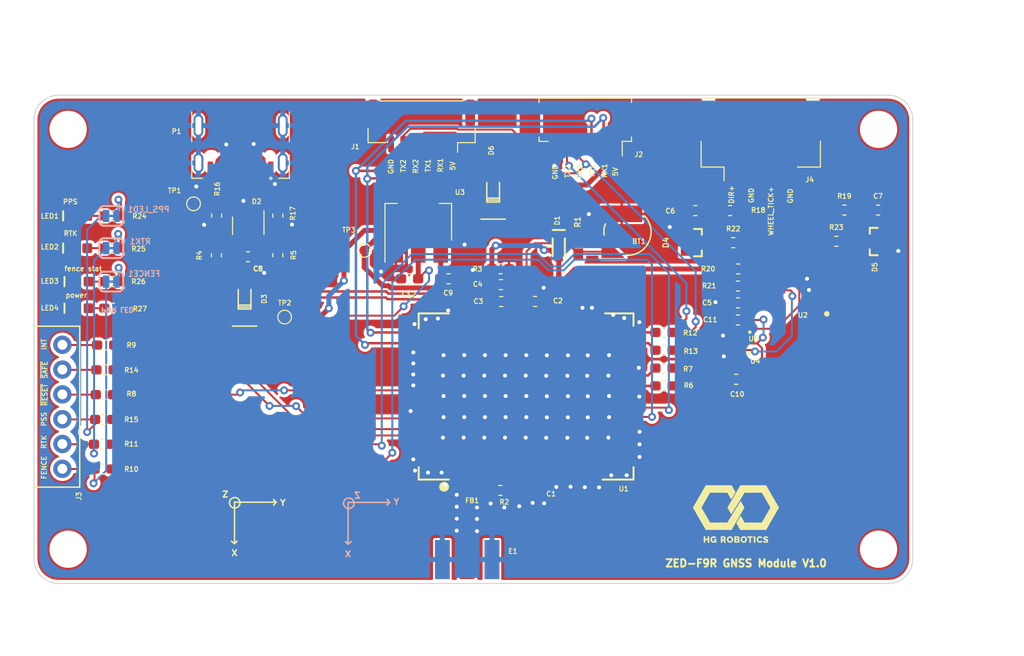
<source format=kicad_pcb>
(kicad_pcb (version 20171130) (host pcbnew "(5.1.6-0-10_14)")
  (title_block (title "ZED-F9x GNSS module (with moving base)") (date 2020-09-24) (rev V1) (company HiveGround) (comment 1 "Jirayu Sirivorawong") (comment 2 "Supervised by Sompol"))
  (layers (0 F.Cu signal) (1 In1.Cu signal) (2 In2.Cu signal) (31 B.Cu signal) (34 B.Paste user) (35 F.Paste user) (36 B.SilkS user) (37 F.SilkS user) (38 B.Mask user) (39 F.Mask user) (44 Edge.Cuts user))
  (net 0 "")
  (net 1 /BACKUP)
  (net 2 GND)
  (net 3 "Net-(C1-Pad1)")
  (net 4 "Net-(C8-Pad1)")
  (net 5 +5V)
  (net 6 "Net-(E1-PadSIG)")
  (net 7 "Net-(FENCE1-Pad1)")
  (net 8 "Net-(LED2-PadA)")
  (net 9 "Net-(PPS_LED1-Pad1)")
  (net 10 "Net-(R7-Pad2)")
  (net 11 /RX1)
  (net 12 /TX1)
  (net 13 +3V3)
  (net 14 "Net-(LED1-PadA)")
  (net 15 "Net-(LED3-PadA)")
  (net 16 "Net-(P1-PadB5)")
  (net 17 "Net-(P1-PadB8)")
  (net 18 "Net-(P1-PadA8)")
  (net 19 "Net-(P1-PadA5)")
  (net 20 "Net-(C6-Pad1)")
  (net 21 "Net-(C7-Pad1)")
  (net 22 "Net-(D1-PadC)")
  (net 23 /D-)
  (net 24 /D+)
  (net 25 /_D+)
  (net 26 /_D-)
  (net 27 "Net-(D6-Pad2)")
  (net 28 /FENCE_STAT)
  (net 29 /TX2)
  (net 30 /RX2)
  (net 31 /INT)
  (net 32 /~SAFE)
  (net 33 /~RESET)
  (net 34 /PPS_STAT)
  (net 35 /RTK_STAT)
  (net 36 /WT+)
  (net 37 /DIR+)
  (net 38 "Net-(R2-Pad2)")
  (net 39 "Net-(R4-Pad2)")
  (net 40 "Net-(R5-Pad2)")
  (net 41 "Net-(R6-Pad2)")
  (net 42 /WT_OUT)
  (net 43 /DIR_OUT)
  (net 44 "Net-(R8-Pad1)")
  (net 45 "Net-(R9-Pad1)")
  (net 46 "Net-(R10-Pad1)")
  (net 47 "Net-(R11-Pad1)")
  (net 48 "Net-(R12-Pad1)")
  (net 49 "Net-(R13-Pad1)")
  (net 50 "Net-(R14-Pad1)")
  (net 51 "Net-(R15-Pad1)")
  (net 52 /DIR_SCHMITT)
  (net 53 /WT_SCHMITT)
  (net 54 /DIR_IN)
  (net 55 /WT_IN)
  (net 56 "Net-(R25-Pad2)")
  (net 57 "Net-(U1-PadP47)")
  (net 58 "Net-(U1-PadP46)")
  (net 59 "Net-(U1-PadP45)")
  (net 60 "Net-(U1-PadP44)")
  (net 61 "Net-(U1-PadP8)")
  (net 62 "Net-(U1-PadP6)")
  (net 63 "Net-(U1-PadP5)")
  (net 64 "Net-(U1-PadP4)")
  (net 65 "Net-(U4-PadP1)")
  (net 66 "Net-(U5-PadP1)")
  (net 67 "Net-(LED4-PadA)")
  (module "Qwiic GPS-RTK-SMA - ublox ZED-F9P:LOGO_HGR_1cm" (layer B.Cu) (at 191.897 92.837 180)
    (fp_text reference G*** hide)
    (fp_text value LOGO hide)
  )
  (module Resistor_SMD:R_0603_1608Metric_Pad1.05x0.95mm_HandSolder (layer F.Cu) (at 128.0795 71.8185)
    (fp_text reference R27 (at 2.771139 0.05842) (layer F.SilkS) (effects (font (size 0.5 0.5) (thickness 0.1))))
    (fp_text value 1k)
    (pad 2 smd roundrect (at 0.875 0) (size 1.05 0.95) (layers F.Cu F.Paste F.Mask) (net 13 +3V3))
    (pad 1 smd roundrect (at -0.875 0) (size 1.05 0.95) (layers F.Cu F.Paste F.Mask) (net 67 "Net-(LED4-PadA)"))
  )
  (module "Qwiic GPS-RTK-SMA - ublox ZED-F9P:LED-0603" (layer F.Cu) (at 124.714 71.8185 180)
    (fp_text reference LED4 (at 3.0988 -0.2667 180) (layer F.SilkS) (effects (font (size 0.5 0.5) (thickness 0.1)) (justify bottom)))
    (fp_text value RED)
    (pad A smd roundrect (at -0.877 0 90) (size 1 1) (layers F.Cu F.Paste F.Mask) (roundrect_rratio 0.15) (net 67 "Net-(LED4-PadA)"))
    (pad C smd roundrect (at 0.877 0 90) (size 1 1) (layers F.Cu F.Paste F.Mask) (roundrect_rratio 0.15) (net 2 GND))
  )
  (module Connector_Molex:Molex_CLIK-Mate_502443-0470_1x04-1MP_P2.00mm_Vertical (layer F.Cu) (at 194.437 54.8005)
    (fp_text reference J4 (at 5.01396 3.85318) (layer F.SilkS) (effects (font (size 0.5 0.5) (thickness 0.1))))
    (fp_text value Conn_01x06)
    (pad MP smd roundrect (at 5.35 -2.15) (size 1.8 3.6) (layers F.Cu F.Paste F.Mask) (roundrect_rratio 0.138889))
    (pad MP smd roundrect (at -5.35 -2.15) (size 1.8 3.6) (layers F.Cu F.Paste F.Mask) (roundrect_rratio 0.138889))
    (pad 4 smd roundrect (at 3 2.5) (size 1 2.9) (layers F.Cu F.Paste F.Mask) (net 2 GND))
    (pad 3 smd roundrect (at 1 2.5) (size 1 2.9) (layers F.Cu F.Paste F.Mask) (net 36 /WT+))
    (pad 2 smd roundrect (at -1 2.5) (size 1 2.9) (layers F.Cu F.Paste F.Mask) (net 2 GND))
    (pad 1 smd roundrect (at -3 2.5) (size 1 2.9) (layers F.Cu F.Paste F.Mask) (net 37 /DIR+))
  )
  (module "Qwiic GPS-RTK-SMA - ublox ZED-F9P:ML414H_IV01E" (layer F.Cu) (at 180.8 64 180)
    (fp_text reference BT1 (at -1.905006 -1.27 180) (layer F.SilkS) (effects (font (size 0.5 0.5) (thickness 0.1)) (justify right bottom)))
    (fp_text value Battery_Cell hide)
    (fp_poly (pts (xy 0.28 -2.68) (xy 2.68 -2.68) (xy 2.68 -0.28)) (layer F.Cu) (width 0))
    (pad + smd rect (at 2.022 -2.032 180) (size 1 1) (layers F.Cu F.Mask) (net 1 /BACKUP))
    (pad - smd rect (at 0.6 1.85 180) (size 4.2 1.7) (layers F.Cu F.Mask) (net 2 GND))
  )
  (module Capacitor_SMD:C_0603_1608Metric_Pad1.05x0.95mm_HandSolder (layer F.Cu) (at 192.11 71.27 180)
    (fp_text reference C5 (at 3.17024 0.011148) (layer F.SilkS) (effects (font (size 0.5 0.5) (thickness 0.1))))
    (fp_text value 0.1uF)
    (pad 2 smd roundrect (at 0.875 0 180) (size 1.05 0.95) (layers F.Cu F.Paste F.Mask) (net 2 GND))
    (pad 1 smd roundrect (at -0.875 0 180) (size 1.05 0.95) (layers F.Cu F.Paste F.Mask) (net 13 +3V3))
  )
  (module SparkFun_GPS_ZED-F9R_BoB:SIP6 (layer F.Cu) (at 192.25 75.05 180)
    (fp_text reference U5 (at -2.0092 -0.1848) (layer F.SilkS) (effects (font (size 0.5 0.5) (thickness 0.1)) (justify right bottom)))
    (fp_text value UHS_INVERTER_SCHMITT_TRIGGERSIP6)
    (pad P6 smd rect (at -0.508 -0.369) (size 0.3 0.52) (layers F.Cu F.Mask) (net 13 +3V3))
    (pad P5 smd rect (at -0.008 -0.369) (size 0.3 0.52) (layers F.Cu F.Mask))
    (pad P4 smd rect (at 0.492 -0.369) (size 0.3 0.52) (layers F.Cu F.Mask) (net 43 /DIR_OUT))
    (pad P3 smd rect (at 0.492 0.381) (size 0.3 0.52) (layers F.Cu F.Mask) (net 2 GND))
    (pad P2 smd rect (at -0.008 0.381) (size 0.3 0.52) (layers F.Cu F.Mask) (net 52 /DIR_SCHMITT))
    (pad P1 smd rect (at -0.508 0.381) (size 0.3 0.52) (layers F.Cu F.Mask) (net 66 "Net-(U5-PadP1)"))
  )
  (module SparkFun_GPS_ZED-F9R_BoB:SIP6 (layer F.Cu) (at 192.2 77.2 180)
    (fp_text reference U4 (at -2.237 -0.3208) (layer F.SilkS) (effects (font (size 0.5 0.5) (thickness 0.1)) (justify right bottom)))
    (fp_text value UHS_INVERTER_SCHMITT_TRIGGERSIP6)
    (pad P6 smd rect (at -0.508 -0.369) (size 0.3 0.52) (layers F.Cu F.Mask) (net 13 +3V3))
    (pad P5 smd rect (at -0.008 -0.369) (size 0.3 0.52) (layers F.Cu F.Mask))
    (pad P4 smd rect (at 0.492 -0.369) (size 0.3 0.52) (layers F.Cu F.Mask) (net 42 /WT_OUT))
    (pad P3 smd rect (at 0.492 0.381) (size 0.3 0.52) (layers F.Cu F.Mask) (net 2 GND))
    (pad P2 smd rect (at -0.008 0.381) (size 0.3 0.52) (layers F.Cu F.Mask) (net 53 /WT_SCHMITT))
    (pad P1 smd rect (at -0.508 0.381) (size 0.3 0.52) (layers F.Cu F.Mask) (net 65 "Net-(U4-PadP1)"))
  )
  (module SparkFun_GPS_ZED-F9R_BoB:SOP_8-PIN (layer F.Cu) (at 198.66 69.22 180)
    (fp_text reference U2 (at -0.6538 -3.6018 180) (layer F.SilkS) (effects (font (size 0.5 0.5) (thickness 0.1)) (justify right bottom)))
    (fp_text value DUAL-OPTO_HCPL-073L)
    (pad P8 smd rect (at 2.679 -2.032 180) (size 1.9 0.64) (layers F.Cu F.Paste F.Mask) (net 13 +3V3))
    (pad P7 smd rect (at 2.679 -0.762 180) (size 1.9 0.64) (layers F.Cu F.Paste F.Mask) (net 53 /WT_SCHMITT))
    (pad P6 smd rect (at 2.679 0.508 180) (size 1.9 0.64) (layers F.Cu F.Paste F.Mask) (net 52 /DIR_SCHMITT))
    (pad P5 smd rect (at 2.679 1.778 180) (size 1.9 0.64) (layers F.Cu F.Paste F.Mask) (net 2 GND))
    (pad P4 smd rect (at -2.921 1.778 180) (size 1.9 0.64) (layers F.Cu F.Paste F.Mask) (net 54 /DIR_IN))
    (pad P3 smd rect (at -2.921 0.508 180) (size 1.9 0.64) (layers F.Cu F.Paste F.Mask) (net 2 GND))
    (pad P2 smd rect (at -2.921 -0.762 180) (size 1.9 0.64) (layers F.Cu F.Paste F.Mask) (net 2 GND))
    (pad P1 smd rect (at -2.921 -2.032 180) (size 1.9 0.64) (layers F.Cu F.Paste F.Mask) (net 55 /WT_IN))
  )
  (module SparkFun_GPS_ZED-F9R_BoB:UBLOX_ZED_F9R (layer F.Cu) (at 170.367 80.732)
    (fp_text reference U1 (at 9.47008 9.87488) (layer F.SilkS) (effects (font (size 0.5 0.5) (thickness 0.1)) (justify left bottom)))
    (fp_text value ZED-F9R)
    (pad G48 smd rect (at -7.312 -5.13) (size 1.1 1.1) (layers F.Cu F.Paste F.Mask) (net 2 GND))
    (pad G47 smd rect (at -5.212 -5.13) (size 1.1 1.1) (layers F.Cu F.Paste F.Mask) (net 2 GND))
    (pad G46 smd rect (at -3.112 -5.13) (size 1.1 1.1) (layers F.Cu F.Paste F.Mask) (net 2 GND))
    (pad G45 smd rect (at -1.012 -5.13) (size 1.1 1.1) (layers F.Cu F.Paste F.Mask) (net 2 GND))
    (pad G44 smd rect (at 1.088 -5.13) (size 1.1 1.1) (layers F.Cu F.Paste F.Mask) (net 2 GND))
    (pad G43 smd rect (at 3.188 -5.13) (size 1.1 1.1) (layers F.Cu F.Paste F.Mask) (net 2 GND))
    (pad G42 smd rect (at 5.288 -5.13) (size 1.1 1.1) (layers F.Cu F.Paste F.Mask) (net 2 GND))
    (pad G41 smd rect (at 7.388 -5.13) (size 1.1 1.1) (layers F.Cu F.Paste F.Mask) (net 2 GND))
    (pad G40 smd rect (at 7.388 -3.03) (size 1.1 1.1) (layers F.Cu F.Paste F.Mask) (net 2 GND))
    (pad G39 smd rect (at 5.288 -3.03) (size 1.1 1.1) (layers F.Cu F.Paste F.Mask) (net 2 GND))
    (pad G38 smd rect (at 3.188 -3.03) (size 1.1 1.1) (layers F.Cu F.Paste F.Mask) (net 2 GND))
    (pad G37 smd rect (at 1.088 -3.03) (size 1.1 1.1) (layers F.Cu F.Paste F.Mask) (net 2 GND))
    (pad G36 smd rect (at -1.012 -3.03) (size 1.1 1.1) (layers F.Cu F.Paste F.Mask) (net 2 GND))
    (pad G35 smd rect (at -3.112 -3.03) (size 1.1 1.1) (layers F.Cu F.Paste F.Mask) (net 2 GND))
    (pad G34 smd rect (at -5.212 -3.03) (size 1.1 1.1) (layers F.Cu F.Paste F.Mask) (net 2 GND))
    (pad G33 smd rect (at -7.312 -3.03) (size 1.1 1.1) (layers F.Cu F.Paste F.Mask) (net 2 GND))
    (pad G32 smd rect (at -7.312 -0.93) (size 1.1 1.1) (layers F.Cu F.Paste F.Mask) (net 2 GND))
    (pad G31 smd rect (at -5.212 -0.93) (size 1.1 1.1) (layers F.Cu F.Paste F.Mask) (net 2 GND))
    (pad G30 smd rect (at -3.112 -0.93) (size 1.1 1.1) (layers F.Cu F.Paste F.Mask) (net 2 GND))
    (pad G29 smd rect (at -1.012 -0.93) (size 1.1 1.1) (layers F.Cu F.Paste F.Mask) (net 2 GND))
    (pad G28 smd rect (at 1.088 -0.93) (size 1.1 1.1) (layers F.Cu F.Paste F.Mask) (net 2 GND))
    (pad G27 smd rect (at 3.188 -0.93) (size 1.1 1.1) (layers F.Cu F.Paste F.Mask) (net 2 GND))
    (pad G26 smd rect (at 5.288 -0.93) (size 1.1 1.1) (layers F.Cu F.Paste F.Mask) (net 2 GND))
    (pad G25 smd rect (at 7.388 -0.93) (size 1.1 1.1) (layers F.Cu F.Paste F.Mask) (net 2 GND))
    (pad G24 smd rect (at 7.388 1.17) (size 1.1 1.1) (layers F.Cu F.Paste F.Mask) (net 2 GND))
    (pad G23 smd rect (at 5.288 1.17) (size 1.1 1.1) (layers F.Cu F.Paste F.Mask) (net 2 GND))
    (pad G22 smd rect (at 3.188 1.17) (size 1.1 1.1) (layers F.Cu F.Paste F.Mask) (net 2 GND))
    (pad G21 smd rect (at 1.088 1.17) (size 1.1 1.1) (layers F.Cu F.Paste F.Mask) (net 2 GND))
    (pad G20 smd rect (at -1.012 1.17) (size 1.1 1.1) (layers F.Cu F.Paste F.Mask) (net 2 GND))
    (pad G19 smd rect (at -3.112 1.17) (size 1.1 1.1) (layers F.Cu F.Paste F.Mask) (net 2 GND))
    (pad G18 smd rect (at -5.212 1.17) (size 1.1 1.1) (layers F.Cu F.Paste F.Mask) (net 2 GND))
    (pad G17 smd rect (at -7.312 1.17) (size 1.1 1.1) (layers F.Cu F.Paste F.Mask) (net 2 GND))
    (pad G16 smd rect (at -7.312 3.27) (size 1.1 1.1) (layers F.Cu F.Paste F.Mask) (net 2 GND))
    (pad G15 smd rect (at -5.212 3.27) (size 1.1 1.1) (layers F.Cu F.Paste F.Mask) (net 2 GND))
    (pad G14 smd rect (at -3.112 3.27) (size 1.1 1.1) (layers F.Cu F.Paste F.Mask) (net 2 GND))
    (pad G13 smd rect (at -1.012 3.27) (size 1.1 1.1) (layers F.Cu F.Paste F.Mask) (net 2 GND))
    (pad G12 smd rect (at 1.088 3.27) (size 1.1 1.1) (layers F.Cu F.Paste F.Mask) (net 2 GND))
    (pad G11 smd rect (at 3.188 3.27) (size 1.1 1.1) (layers F.Cu F.Paste F.Mask) (net 2 GND))
    (pad G10 smd rect (at 5.288 3.27) (size 1.1 1.1) (layers F.Cu F.Paste F.Mask) (net 2 GND))
    (pad G9 smd rect (at 7.388 3.27) (size 1.1 1.1) (layers F.Cu F.Paste F.Mask) (net 2 GND))
    (pad G8 smd rect (at 7.388 5.37) (size 1.1 1.1) (layers F.Cu F.Paste F.Mask) (net 2 GND))
    (pad G7 smd rect (at 5.288 5.37) (size 1.1 1.1) (layers F.Cu F.Paste F.Mask) (net 2 GND))
    (pad G6 smd rect (at 3.188 5.37) (size 1.1 1.1) (layers F.Cu F.Paste F.Mask) (net 2 GND))
    (pad G5 smd rect (at 1.088 5.37) (size 1.1 1.1) (layers F.Cu F.Paste F.Mask) (net 2 GND))
    (pad G4 smd rect (at -1.012 5.37) (size 1.1 1.1) (layers F.Cu F.Paste F.Mask) (net 2 GND))
    (pad G3 smd rect (at -3.112 5.37) (size 1.1 1.1) (layers F.Cu F.Paste F.Mask) (net 2 GND))
    (pad G2 smd rect (at -5.212 5.37) (size 1.1 1.1) (layers F.Cu F.Paste F.Mask) (net 2 GND))
    (pad G1 smd rect (at -7.312 5.37) (size 1.1 1.1) (layers F.Cu F.Paste F.Mask) (net 2 GND))
    (pad P54 smd rect (at -9.912 6.77 270) (size 0.8 1.5) (layers F.Cu F.Paste F.Mask))
    (pad P53 smd rect (at -9.912 5.67 270) (size 0.8 1.5) (layers F.Cu F.Paste F.Mask) (net 51 "Net-(R15-Pad1)"))
    (pad P52 smd rect (at -9.912 4.57 270) (size 0.8 1.5) (layers F.Cu F.Paste F.Mask))
    (pad P51 smd rect (at -9.912 3.47 270) (size 0.8 1.5) (layers F.Cu F.Paste F.Mask) (net 45 "Net-(R9-Pad1)"))
    (pad P50 smd rect (at -9.912 2.37 270) (size 0.8 1.5) (layers F.Cu F.Paste F.Mask) (net 50 "Net-(R14-Pad1)"))
    (pad P49 smd rect (at -9.912 1.27 270) (size 0.8 1.5) (layers F.Cu F.Paste F.Mask) (net 44 "Net-(R8-Pad1)"))
    (pad P48 smd rect (at -9.912 0.17 270) (size 0.8 1.5) (layers F.Cu F.Paste F.Mask) (net 2 GND))
    (pad P47 smd rect (at -9.912 -0.93 270) (size 0.8 1.5) (layers F.Cu F.Paste F.Mask) (net 57 "Net-(U1-PadP47)"))
    (pad P46 smd rect (at -9.912 -2.03 270) (size 0.8 1.5) (layers F.Cu F.Paste F.Mask) (net 58 "Net-(U1-PadP46)"))
    (pad P45 smd rect (at -9.912 -3.13 270) (size 0.8 1.5) (layers F.Cu F.Paste F.Mask) (net 59 "Net-(U1-PadP45)"))
    (pad P44 smd rect (at -9.912 -4.23 270) (size 0.8 1.5) (layers F.Cu F.Paste F.Mask) (net 60 "Net-(U1-PadP44)"))
    (pad P43 smd rect (at -9.912 -5.33 270) (size 0.8 1.5) (layers F.Cu F.Paste F.Mask) (net 12 /TX1))
    (pad P42 smd rect (at -9.912 -6.43 270) (size 0.8 1.5) (layers F.Cu F.Paste F.Mask) (net 11 /RX1))
    (pad P27 smd rect (at 9.988 -6.43 90) (size 0.8 1.5) (layers F.Cu F.Paste F.Mask) (net 48 "Net-(R12-Pad1)"))
    (pad P26 smd rect (at 9.988 -5.33 90) (size 0.8 1.5) (layers F.Cu F.Paste F.Mask) (net 49 "Net-(R13-Pad1)"))
    (pad P25 smd rect (at 9.988 -4.23 90) (size 0.8 1.5) (layers F.Cu F.Paste F.Mask))
    (pad P24 smd rect (at 9.988 -3.13 90) (size 0.8 1.5) (layers F.Cu F.Paste F.Mask))
    (pad P23 smd rect (at 9.988 -2.03 90) (size 0.8 1.5) (layers F.Cu F.Paste F.Mask) (net 10 "Net-(R7-Pad2)"))
    (pad P22 smd rect (at 9.988 -0.93 90) (size 0.8 1.5) (layers F.Cu F.Paste F.Mask) (net 41 "Net-(R6-Pad2)"))
    (pad P21 smd rect (at 9.988 0.17 90) (size 0.8 1.5) (layers F.Cu F.Paste F.Mask))
    (pad P20 smd rect (at 9.988 1.27 90) (size 0.8 1.5) (layers F.Cu F.Paste F.Mask) (net 47 "Net-(R11-Pad1)"))
    (pad P19 smd rect (at 9.988 2.37 90) (size 0.8 1.5) (layers F.Cu F.Paste F.Mask) (net 46 "Net-(R10-Pad1)"))
    (pad P18 smd rect (at 9.988 3.47 90) (size 0.8 1.5) (layers F.Cu F.Paste F.Mask))
    (pad P17 smd rect (at 9.988 4.57 90) (size 0.8 1.5) (layers F.Cu F.Paste F.Mask))
    (pad P16 smd rect (at 9.988 5.67 90) (size 0.8 1.5) (layers F.Cu F.Paste F.Mask))
    (pad P15 smd rect (at 9.988 6.77 90) (size 0.8 1.5) (layers F.Cu F.Paste F.Mask))
    (pad P28 smd rect (at 7.188 -7.33) (size 0.8 1.5) (layers F.Cu F.Paste F.Mask))
    (pad P29 smd rect (at 6.088 -7.33) (size 0.8 1.5) (layers F.Cu F.Paste F.Mask))
    (pad P30 smd rect (at 4.988 -7.33) (size 0.8 1.5) (layers F.Cu F.Paste F.Mask))
    (pad P31 smd rect (at 3.888 -7.33) (size 0.8 1.5) (layers F.Cu F.Paste F.Mask))
    (pad P32 smd rect (at 2.788 -7.33) (size 0.8 1.5) (layers F.Cu F.Paste F.Mask) (net 2 GND))
    (pad P33 smd rect (at 1.688 -7.33) (size 0.8 1.5) (layers F.Cu F.Paste F.Mask) (net 13 +3V3))
    (pad P34 smd rect (at 0.588 -7.33) (size 0.8 1.5) (layers F.Cu F.Paste F.Mask) (net 13 +3V3))
    (pad P35 smd rect (at -0.512 -7.33) (size 0.8 1.5) (layers F.Cu F.Paste F.Mask))
    (pad P36 smd rect (at -1.612 -7.33) (size 0.8 1.5) (layers F.Cu F.Paste F.Mask) (net 1 /BACKUP))
    (pad P37 smd rect (at -2.712 -7.33) (size 0.8 1.5) (layers F.Cu F.Paste F.Mask) (net 2 GND))
    (pad P38 smd rect (at -3.812 -7.33) (size 0.8 1.5) (layers F.Cu F.Paste F.Mask) (net 13 +3V3))
    (pad P39 smd rect (at -4.912 -7.33) (size 0.8 1.5) (layers F.Cu F.Paste F.Mask) (net 40 "Net-(R5-Pad2)"))
    (pad P40 smd rect (at -6.012 -7.33) (size 0.8 1.5) (layers F.Cu F.Paste F.Mask) (net 39 "Net-(R4-Pad2)"))
    (pad P41 smd rect (at -7.112 -7.33) (size 0.8 1.5) (layers F.Cu F.Paste F.Mask) (net 2 GND))
    (pad P14 smd rect (at 7.188 7.62) (size 0.8 1.5) (layers F.Cu F.Paste F.Mask) (net 2 GND))
    (pad P13 smd rect (at 6.088 7.62) (size 0.8 1.5) (layers F.Cu F.Paste F.Mask))
    (pad P12 smd rect (at 4.988 7.62) (size 0.8 1.5) (layers F.Cu F.Paste F.Mask) (net 2 GND))
    (pad P11 smd rect (at 3.888 7.62) (size 0.8 1.5) (layers F.Cu F.Paste F.Mask))
    (pad P10 smd rect (at 2.788 7.62) (size 0.8 1.5) (layers F.Cu F.Paste F.Mask))
    (pad P9 smd rect (at 1.688 7.62) (size 0.8 1.5) (layers F.Cu F.Paste F.Mask))
    (pad P8 smd rect (at 0.588 7.62) (size 0.8 1.5) (layers F.Cu F.Paste F.Mask) (net 61 "Net-(U1-PadP8)"))
    (pad P7 smd rect (at -0.512 7.62) (size 0.8 1.5) (layers F.Cu F.Paste F.Mask) (net 38 "Net-(R2-Pad2)"))
    (pad P6 smd rect (at -1.612 7.62) (size 0.8 1.5) (layers F.Cu F.Paste F.Mask) (net 62 "Net-(U1-PadP6)"))
    (pad P5 smd rect (at -2.712 7.62) (size 0.8 1.5) (layers F.Cu F.Paste F.Mask) (net 63 "Net-(U1-PadP5)"))
    (pad P4 smd rect (at -3.812 7.62) (size 0.8 1.5) (layers F.Cu F.Paste F.Mask) (net 64 "Net-(U1-PadP4)"))
    (pad P3 smd rect (at -4.912 7.62) (size 0.8 1.5) (layers F.Cu F.Paste F.Mask) (net 2 GND))
    (pad P2 smd rect (at -6.012 7.62) (size 0.8 1.5) (layers F.Cu F.Paste F.Mask) (net 6 "Net-(E1-PadSIG)"))
    (pad P1 smd rect (at -7.112 7.62) (size 0.8 1.5) (layers F.Cu F.Paste F.Mask) (net 2 GND))
  )
  (module Resistor_SMD:R_0603_1608Metric_Pad1.05x0.95mm_HandSolder (layer F.Cu) (at 202.18 64.965)
    (fp_text reference R23 (at 0 -1.43) (layer F.SilkS) (effects (font (size 0.5 0.5) (thickness 0.1))))
    (fp_text value 470)
    (pad 2 smd roundrect (at 0.875 0) (size 1.05 0.95) (layers F.Cu F.Paste F.Mask) (net 21 "Net-(C7-Pad1)"))
    (pad 1 smd roundrect (at -0.875 0) (size 1.05 0.95) (layers F.Cu F.Paste F.Mask) (net 55 /WT_IN))
  )
  (module Resistor_SMD:R_0603_1608Metric_Pad1.05x0.95mm_HandSolder (layer F.Cu) (at 191.62 65.11)
    (fp_text reference R22 (at 0 -1.43) (layer F.SilkS) (effects (font (size 0.5 0.5) (thickness 0.1))))
    (fp_text value 470)
    (pad 2 smd roundrect (at 0.875 0) (size 1.05 0.95) (layers F.Cu F.Paste F.Mask) (net 54 /DIR_IN))
    (pad 1 smd roundrect (at -0.875 0) (size 1.05 0.95) (layers F.Cu F.Paste F.Mask) (net 20 "Net-(C6-Pad1)"))
  )
  (module Resistor_SMD:R_0603_1608Metric_Pad1.05x0.95mm_HandSolder (layer F.Cu) (at 192.1 69.55 180)
    (fp_text reference R21 (at 2.946428 0.026814) (layer F.SilkS) (effects (font (size 0.5 0.5) (thickness 0.1))))
    (fp_text value 910)
    (pad 2 smd roundrect (at 0.875 0 180) (size 1.05 0.95) (layers F.Cu F.Paste F.Mask) (net 13 +3V3))
    (pad 1 smd roundrect (at -0.875 0 180) (size 1.05 0.95) (layers F.Cu F.Paste F.Mask) (net 53 /WT_SCHMITT))
  )
  (module Resistor_SMD:R_0603_1608Metric_Pad1.05x0.95mm_HandSolder (layer F.Cu) (at 192.13 67.8 180)
    (fp_text reference R20 (at 3.083334 0.01248) (layer F.SilkS) (effects (font (size 0.5 0.5) (thickness 0.1))))
    (fp_text value 910)
    (pad 2 smd roundrect (at 0.875 0 180) (size 1.05 0.95) (layers F.Cu F.Paste F.Mask) (net 13 +3V3))
    (pad 1 smd roundrect (at -0.875 0 180) (size 1.05 0.95) (layers F.Cu F.Paste F.Mask) (net 52 /DIR_SCHMITT))
  )
  (module Resistor_SMD:R_0603_1608Metric_Pad1.05x0.95mm_HandSolder (layer F.Cu) (at 203.005 61.765)
    (fp_text reference R19 (at 0 -1.43) (layer F.SilkS) (effects (font (size 0.5 0.5) (thickness 0.1))))
    (fp_text value 3.3k)
    (pad 2 smd roundrect (at 0.875 0) (size 1.05 0.95) (layers F.Cu F.Paste F.Mask) (net 21 "Net-(C7-Pad1)"))
    (pad 1 smd roundrect (at -0.875 0) (size 1.05 0.95) (layers F.Cu F.Paste F.Mask) (net 36 /WT+))
  )
  (module Resistor_SMD:R_0603_1608Metric_Pad1.05x0.95mm_HandSolder (layer F.Cu) (at 191.2988 61.8236)
    (fp_text reference R18 (at 2.883 -0.0434) (layer F.SilkS) (effects (font (size 0.5 0.5) (thickness 0.1))))
    (fp_text value 3.3k)
    (pad 2 smd roundrect (at 0.875 0) (size 1.05 0.95) (layers F.Cu F.Paste F.Mask) (net 20 "Net-(C6-Pad1)"))
    (pad 1 smd roundrect (at -0.875 0) (size 1.05 0.95) (layers F.Cu F.Paste F.Mask) (net 37 /DIR+))
  )
  (module Resistor_SMD:R_0603_1608Metric_Pad1.05x0.95mm_HandSolder (layer F.Cu) (at 184.525 77.948332 180)
    (fp_text reference R7 (at -2.4698 -0.105868) (layer F.SilkS) (effects (font (size 0.5 0.5) (thickness 0.1))))
    (fp_text value 33)
    (pad 2 smd roundrect (at 0.875 0 180) (size 1.05 0.95) (layers F.Cu F.Paste F.Mask) (net 10 "Net-(R7-Pad2)"))
    (pad 1 smd roundrect (at -0.875 0 180) (size 1.05 0.95) (layers F.Cu F.Paste F.Mask) (net 43 /DIR_OUT))
  )
  (module Resistor_SMD:R_0603_1608Metric_Pad1.05x0.95mm_HandSolder (layer F.Cu) (at 184.534999 79.775 180)
    (fp_text reference R6 (at -2.510601 0.0444) (layer F.SilkS) (effects (font (size 0.5 0.5) (thickness 0.1))))
    (fp_text value 33)
    (pad 2 smd roundrect (at 0.875 0 180) (size 1.05 0.95) (layers F.Cu F.Paste F.Mask) (net 41 "Net-(R6-Pad2)"))
    (pad 1 smd roundrect (at -0.875 0 180) (size 1.05 0.95) (layers F.Cu F.Paste F.Mask) (net 42 /WT_OUT))
  )
  (module SparkFun_GPS_ZED-F9R_BoB:SOT23-3 (layer F.Cu) (at 206.305 64.99 90)
    (fp_text reference D5 (at -2.6248 0.11064 90) (layer F.SilkS) (effects (font (size 0.5 0.5) (thickness 0.1)) (justify bottom)))
    (fp_text value 15V hide)
    (pad 3 smd rect (at 0 -1.1 90) (size 0.8 0.9) (layers F.Cu F.Paste F.Mask) (net 21 "Net-(C7-Pad1)"))
    (pad 2 smd rect (at 0.95 1 90) (size 0.8 0.9) (layers F.Cu F.Paste F.Mask))
    (pad 1 smd rect (at -0.95 1 90) (size 0.8 0.9) (layers F.Cu F.Paste F.Mask) (net 2 GND))
  )
  (module SparkFun_GPS_ZED-F9R_BoB:SOT23-3 (layer F.Cu) (at 187.7 65.1 270)
    (fp_text reference D4 (at 0 2.64 90) (layer F.SilkS) (effects (font (size 0.57912 0.57912) (thickness 0.115824)) (justify bottom)))
    (fp_text value 15V hide)
    (pad 3 smd rect (at 0 -1.1 270) (size 0.8 0.9) (layers F.Cu F.Paste F.Mask) (net 20 "Net-(C6-Pad1)"))
    (pad 2 smd rect (at 0.95 1 270) (size 0.8 0.9) (layers F.Cu F.Paste F.Mask))
    (pad 1 smd rect (at -0.95 1 270) (size 0.8 0.9) (layers F.Cu F.Paste F.Mask) (net 2 GND))
  )
  (module Capacitor_SMD:C_0603_1608Metric_Pad1.05x0.95mm_HandSolder (layer F.Cu) (at 192.1 73.025 180)
    (fp_text reference C11 (at 2.839522 0.03048) (layer F.SilkS) (effects (font (size 0.5 0.5) (thickness 0.1))))
    (fp_text value 0.1uF)
    (pad 2 smd roundrect (at 0.875 0 180) (size 1.05 0.95) (layers F.Cu F.Paste F.Mask) (net 2 GND))
    (pad 1 smd roundrect (at -0.875 0 180) (size 1.05 0.95) (layers F.Cu F.Paste F.Mask) (net 13 +3V3))
  )
  (module Capacitor_SMD:C_0603_1608Metric_Pad1.05x0.95mm_HandSolder (layer F.Cu) (at 191.925 79.1 180)
    (fp_text reference C10 (at -0.099 -1.5196) (layer F.SilkS) (effects (font (size 0.5 0.5) (thickness 0.1))))
    (fp_text value 0.1uF)
    (pad 2 smd roundrect (at 0.875 0 180) (size 1.05 0.95) (layers F.Cu F.Paste F.Mask) (net 2 GND))
    (pad 1 smd roundrect (at -0.875 0 180) (size 1.05 0.95) (layers F.Cu F.Paste F.Mask) (net 13 +3V3))
  )
  (module Capacitor_SMD:C_0603_1608Metric_Pad1.05x0.95mm_HandSolder (layer F.Cu) (at 206.455 61.765)
    (fp_text reference C7 (at 0 -1.43) (layer F.SilkS) (effects (font (size 0.5 0.5) (thickness 0.1))))
    (fp_text value 1nF)
    (pad 2 smd roundrect (at 0.875 0) (size 1.05 0.95) (layers F.Cu F.Paste F.Mask) (net 2 GND))
    (pad 1 smd roundrect (at -0.875 0) (size 1.05 0.95) (layers F.Cu F.Paste F.Mask) (net 21 "Net-(C7-Pad1)"))
  )
  (module Capacitor_SMD:C_0603_1608Metric_Pad1.05x0.95mm_HandSolder (layer F.Cu) (at 187.7314 61.8236 180)
    (fp_text reference C6 (at 2.5586 -0.0328) (layer F.SilkS) (effects (font (size 0.5 0.5) (thickness 0.1))))
    (fp_text value 1nF)
    (pad 2 smd roundrect (at 0.875 0 180) (size 1.05 0.95) (layers F.Cu F.Paste F.Mask) (net 2 GND))
    (pad 1 smd roundrect (at -0.875 0 180) (size 1.05 0.95) (layers F.Cu F.Paste F.Mask) (net 20 "Net-(C6-Pad1)"))
  )
  (module Capacitor_SMD:C_0603_1608Metric_Pad1.05x0.95mm_HandSolder (layer F.Cu) (at 162.4736 68.8064 180)
    (fp_text reference C9 (at 0.0486 -1.4436) (layer F.SilkS) (effects (font (size 0.5 0.5) (thickness 0.1))))
    (fp_text value 0.1uF)
    (pad 2 smd roundrect (at 0.875 0 180) (size 1.05 0.95) (layers F.Cu F.Paste F.Mask) (net 5 +5V))
    (pad 1 smd roundrect (at -0.875 0 180) (size 1.05 0.95) (layers F.Cu F.Paste F.Mask) (net 2 GND))
  )
  (module "Qwiic GPS-RTK-SMA - ublox ZED-F9P:0402" (layer F.Cu) (at 171.088 90.4568)
    (fp_text reference C1 (at 1.88092 0.66824) (layer F.SilkS) (effects (font (size 0.5 0.5) (thickness 0.1)) (justify bottom)))
    (fp_text value 47pF)
    (pad 2 smd rect (at 0.58 0) (size 0.85 0.9) (layers F.Cu F.Paste F.Mask) (net 2 GND))
    (pad 1 smd rect (at -0.58 0) (size 0.85 0.9) (layers F.Cu F.Paste F.Mask) (net 3 "Net-(C1-Pad1)"))
  )
  (module "Qwiic GPS-RTK-SMA - ublox ZED-F9P:SOD-323" (layer F.Cu) (at 173.75 65.575 270)
    (fp_text reference D1 (at -2.7354 -0.1384 90) (layer F.SilkS) (effects (font (size 0.5 0.5) (thickness 0.1)) (justify bottom)))
    (fp_text value 0.5A/40V/420mV)
    (pad A smd rect (at 1.15 0 270) (size 0.63 0.83) (layers F.Cu F.Paste F.Mask) (net 13 +3V3))
    (pad C smd rect (at -1.15 0 270) (size 0.63 0.83) (layers F.Cu F.Paste F.Mask) (net 22 "Net-(D1-PadC)"))
  )
  (module Package_TO_SOT_SMD:SOT-23-6 (layer F.Cu) (at 141.9479 63.373 270)
    (fp_text reference D2 (at -2.4892 -0.8509) (layer F.SilkS) (effects (font (size 0.5 0.5) (thickness 0.1))))
    (fp_text value USBLC6-2SC6)
    (pad 5 smd rect (at 1.1 0 270) (size 1.06 0.65) (layers F.Cu F.Paste F.Mask) (net 4 "Net-(C8-Pad1)"))
    (pad 6 smd rect (at 1.1 -0.95 270) (size 1.06 0.65) (layers F.Cu F.Paste F.Mask) (net 23 /D-))
    (pad 4 smd rect (at 1.1 0.95 270) (size 1.06 0.65) (layers F.Cu F.Paste F.Mask) (net 24 /D+))
    (pad 3 smd rect (at -1.1 0.95 270) (size 1.06 0.65) (layers F.Cu F.Paste F.Mask) (net 25 /_D+))
    (pad 2 smd rect (at -1.1 0 270) (size 1.06 0.65) (layers F.Cu F.Paste F.Mask) (net 2 GND))
    (pad 1 smd rect (at -1.1 -0.95 270) (size 1.06 0.65) (layers F.Cu F.Paste F.Mask) (net 26 /_D-))
  )
  (module "Qwiic GPS-RTK-SMA - ublox ZED-F9P:1X06_NO_SILK" (layer F.Cu) (at 122.9106 88.265 90)
    (fp_text reference J3 (at -3.302 1.98628 270) (layer F.SilkS) (effects (font (size 0.5 0.5) (thickness 0.1)) (justify left bottom)))
    (fp_text value CONN_06NO_SILK_FEMALE_PTH)
    (pad 6 thru_hole circle (at 12.7 0 180) (size 1.8796 1.8796) (drill 1.016) (layers *.Cu *.Mask) (net 31 /INT))
    (pad 5 thru_hole circle (at 10.16 0 180) (size 1.8796 1.8796) (drill 1.016) (layers *.Cu *.Mask) (net 32 /~SAFE))
    (pad 4 thru_hole circle (at 7.62 0 180) (size 1.8796 1.8796) (drill 1.016) (layers *.Cu *.Mask) (net 33 /~RESET))
    (pad 3 thru_hole circle (at 5.08 0 180) (size 1.8796 1.8796) (drill 1.016) (layers *.Cu *.Mask) (net 34 /PPS_STAT))
    (pad 2 thru_hole circle (at 2.54 0 180) (size 1.8796 1.8796) (drill 1.016) (layers *.Cu *.Mask) (net 35 /RTK_STAT))
    (pad 1 thru_hole circle (at 0 0 180) (size 1.8796 1.8796) (drill 1.016) (layers *.Cu *.Mask) (net 28 /FENCE_STAT))
  )
  (module Connector_Molex:Molex_PicoBlade_53261-0671_1x06-1MP_P1.25mm_Horizontal (layer F.Cu) (at 176.4665 53.0225 180)
    (fp_text reference J2 (at -5.47878 -3.05054) (layer F.SilkS) (effects (font (size 0.5 0.5) (thickness 0.1))))
    (fp_text value Molex_PicoBlade)
    (pad MP smd roundrect (at 5.675 0.5 180) (size 2.1 3) (layers F.Cu F.Paste F.Mask) (roundrect_rratio 0.119048))
    (pad MP smd roundrect (at -5.675 0.5 180) (size 2.1 3) (layers F.Cu F.Paste F.Mask) (roundrect_rratio 0.119048))
    (pad 6 smd roundrect (at 3.125 -2.4 180) (size 0.8 1.6) (layers F.Cu F.Paste F.Mask) (net 2 GND))
    (pad 5 smd roundrect (at 1.875 -2.4 180) (size 0.8 1.6) (layers F.Cu F.Paste F.Mask) (net 29 /TX2))
    (pad 4 smd roundrect (at 0.625 -2.4 180) (size 0.8 1.6) (layers F.Cu F.Paste F.Mask) (net 30 /RX2))
    (pad 3 smd roundrect (at -0.625 -2.4 180) (size 0.8 1.6) (layers F.Cu F.Paste F.Mask) (net 12 /TX1))
    (pad 2 smd roundrect (at -1.875 -2.4 180) (size 0.8 1.6) (layers F.Cu F.Paste F.Mask) (net 11 /RX1))
    (pad 1 smd roundrect (at -3.125 -2.4 180) (size 0.8 1.6) (layers F.Cu F.Paste F.Mask) (net 27 "Net-(D6-Pad2)"))
  )
  (module "Qwiic GPS-RTK-SMA - ublox ZED-F9P:0603" (layer F.Cu) (at 175.75 65.4 90)
    (fp_text reference R1 (at 2.408 0.272 90) (layer F.SilkS) (effects (font (size 0.57912 0.57912) (thickness 0.115824)) (justify bottom)))
    (fp_text value 1k)
    (pad 2 smd rect (at 0.85 0 90) (size 1.1 1) (layers F.Cu F.Paste F.Mask) (net 22 "Net-(D1-PadC)"))
    (pad 1 smd rect (at -0.85 0 90) (size 1.1 1) (layers F.Cu F.Paste F.Mask) (net 1 /BACKUP))
  )
  (module Package_TO_SOT_SMD:SOT-223 (layer F.Cu) (at 159.3596 63 90)
    (fp_text reference U3 (at 3.056 4.2672 180) (layer F.SilkS) (effects (font (size 0.5 0.5) (thickness 0.1))))
    (fp_text value LD1117S33TR)
    (pad 1 smd rect (at -3.15 -2.3 90) (size 2 1.5) (layers F.Cu F.Paste F.Mask) (net 2 GND))
    (pad 3 smd rect (at -3.15 2.3 90) (size 2 1.5) (layers F.Cu F.Paste F.Mask) (net 5 +5V))
    (pad 2 smd rect (at -3.15 0 90) (size 2 1.5) (layers F.Cu F.Paste F.Mask) (net 13 +3V3))
    (pad 4 smd rect (at 3.15 0 90) (size 2 3.8) (layers F.Cu F.Paste F.Mask))
  )
  (module Resistor_SMD:R_0603_1608Metric_Pad1.05x0.95mm_HandSolder (layer F.Cu) (at 167.775 67.775 180)
    (fp_text reference R3 (at 2.34988 -0.02776) (layer F.SilkS) (effects (font (size 0.5 0.5) (thickness 0.1))))
    (fp_text value 100k)
    (pad 2 smd roundrect (at 0.875 0 180) (size 1.05 0.95) (layers F.Cu F.Paste F.Mask) (net 13 +3V3))
    (pad 1 smd roundrect (at -0.875 0 180) (size 1.05 0.95) (layers F.Cu F.Paste F.Mask) (net 2 GND))
  )
  (module TestPoint:TestPoint_Pad_D1.0mm (layer F.Cu) (at 145.675 72.725)
    (fp_text reference TP2 (at 0 -1.448) (layer F.SilkS) (effects (font (size 0.5 0.5) (thickness 0.1))))
    (fp_text value TestPoint)
    (pad 1 smd circle (at 0 0) (size 1 1) (layers F.Cu F.Mask) (net 5 +5V))
  )
  (module Resistor_SMD:R_0603_1608Metric_Pad1.05x0.95mm_HandSolder (layer F.Cu) (at 127.27632 78.1304 180)
    (fp_text reference R14 (at -2.70328 -0.0316) (layer F.SilkS) (effects (font (size 0.5 0.5) (thickness 0.1))))
    (fp_text value 33)
    (pad 2 smd roundrect (at 0.875 0 180) (size 1.05 0.95) (layers F.Cu F.Paste F.Mask) (net 32 /~SAFE))
    (pad 1 smd roundrect (at -0.875 0 180) (size 1.05 0.95) (layers F.Cu F.Paste F.Mask) (net 50 "Net-(R14-Pad1)"))
  )
  (module Resistor_SMD:R_0603_1608Metric_Pad1.05x0.95mm_HandSolder (layer F.Cu) (at 127.14496 83.2104 180)
    (fp_text reference R15 (at -2.83464 -0.0116) (layer F.SilkS) (effects (font (size 0.5 0.5) (thickness 0.1))))
    (fp_text value 33)
    (pad 2 smd roundrect (at 0.875 0 180) (size 1.05 0.95) (layers F.Cu F.Paste F.Mask) (net 34 /PPS_STAT))
    (pad 1 smd roundrect (at -0.875 0 180) (size 1.05 0.95) (layers F.Cu F.Paste F.Mask) (net 51 "Net-(R15-Pad1)"))
  )
  (module Resistor_SMD:R_0603_1608Metric_Pad1.05x0.95mm_HandSolder (layer F.Cu) (at 127.342 75.5904 180)
    (fp_text reference R9 (at -2.6376 -0.0116) (layer F.SilkS) (effects (font (size 0.5 0.5) (thickness 0.1))))
    (fp_text value 33)
    (pad 2 smd roundrect (at 0.875 0 180) (size 1.05 0.95) (layers F.Cu F.Paste F.Mask) (net 31 /INT))
    (pad 1 smd roundrect (at -0.875 0 180) (size 1.05 0.95) (layers F.Cu F.Paste F.Mask) (net 45 "Net-(R9-Pad1)"))
  )
  (module Resistor_SMD:R_0603_1608Metric_Pad1.05x0.95mm_HandSolder (layer F.Cu) (at 127.21064 80.6704 180)
    (fp_text reference R8 (at -2.76896 0.0784) (layer F.SilkS) (effects (font (size 0.5 0.5) (thickness 0.1))))
    (fp_text value 33)
    (pad 2 smd roundrect (at 0.875 0 180) (size 1.05 0.95) (layers F.Cu F.Paste F.Mask) (net 33 /~RESET))
    (pad 1 smd roundrect (at -0.875 0 180) (size 1.05 0.95) (layers F.Cu F.Paste F.Mask) (net 44 "Net-(R8-Pad1)"))
  )
  (module Resistor_SMD:R_0603_1608Metric_Pad1.05x0.95mm_HandSolder (layer F.Cu) (at 128.0328 69.0951)
    (fp_text reference R26 (at 2.68068 -0.0071) (layer F.SilkS) (effects (font (size 0.5 0.5) (thickness 0.1))))
    (fp_text value 1k)
    (pad 2 smd roundrect (at 0.875 0) (size 1.05 0.95) (layers F.Cu F.Paste F.Mask) (net 7 "Net-(FENCE1-Pad1)"))
    (pad 1 smd roundrect (at -0.875 0) (size 1.05 0.95) (layers F.Cu F.Paste F.Mask) (net 15 "Net-(LED3-PadA)"))
  )
  (module Resistor_SMD:R_0603_1608Metric_Pad1.05x0.95mm_HandSolder (layer F.Cu) (at 127.9938 65.6661)
    (fp_text reference R25 (at 2.71968 0.07418) (layer F.SilkS) (effects (font (size 0.5 0.5) (thickness 0.1))))
    (fp_text value 1k)
    (pad 2 smd roundrect (at 0.875 0) (size 1.05 0.95) (layers F.Cu F.Paste F.Mask) (net 56 "Net-(R25-Pad2)"))
    (pad 1 smd roundrect (at -0.875 0) (size 1.05 0.95) (layers F.Cu F.Paste F.Mask) (net 8 "Net-(LED2-PadA)"))
  )
  (module Resistor_SMD:R_0603_1608Metric_Pad1.05x0.95mm_HandSolder (layer F.Cu) (at 128.0328 62.3641)
    (fp_text reference R24 (at 2.775658 0.0285) (layer F.SilkS) (effects (font (size 0.5 0.5) (thickness 0.1))))
    (fp_text value 1k)
    (pad 2 smd roundrect (at 0.875 0) (size 1.05 0.95) (layers F.Cu F.Paste F.Mask) (net 9 "Net-(PPS_LED1-Pad1)"))
    (pad 1 smd roundrect (at -0.875 0) (size 1.05 0.95) (layers F.Cu F.Paste F.Mask) (net 14 "Net-(LED1-PadA)"))
  )
  (module Resistor_SMD:R_0603_1608Metric_Pad1.05x0.95mm_HandSolder (layer F.Cu) (at 127.07928 88.2904 180)
    (fp_text reference R10 (at -2.90032 -0.0116) (layer F.SilkS) (effects (font (size 0.5 0.5) (thickness 0.1))))
    (fp_text value 33)
    (pad 2 smd roundrect (at 0.875 0 180) (size 1.05 0.95) (layers F.Cu F.Paste F.Mask) (net 28 /FENCE_STAT))
    (pad 1 smd roundrect (at -0.875 0 180) (size 1.05 0.95) (layers F.Cu F.Paste F.Mask) (net 46 "Net-(R10-Pad1)"))
  )
  (module Resistor_SMD:R_0603_1608Metric_Pad1.05x0.95mm_HandSolder (layer F.Cu) (at 127.0136 85.7504 180)
    (fp_text reference R11 (at -2.966 0.0284) (layer F.SilkS) (effects (font (size 0.5 0.5) (thickness 0.1))))
    (fp_text value 33)
    (pad 2 smd roundrect (at 0.875 0 180) (size 1.05 0.95) (layers F.Cu F.Paste F.Mask) (net 35 /RTK_STAT))
    (pad 1 smd roundrect (at -0.875 0 180) (size 1.05 0.95) (layers F.Cu F.Paste F.Mask) (net 47 "Net-(R11-Pad1)"))
  )
  (module "Qwiic GPS-RTK-SMA - ublox ZED-F9P:SOD-80" (layer F.Cu) (at 167.0304 59.944 90)
    (fp_text reference D6 (at 4.275 -0.2 90) (layer F.SilkS) (effects (font (size 0.5 0.5) (thickness 0.1))))
    (fp_text value DIODE)
    (pad 1 smd rect (at -1.875 0 90) (size 1.25 2) (layers F.Cu F.Paste F.Mask) (net 5 +5V))
    (pad 2 smd rect (at 1.875 0 90) (size 1.25 2) (layers F.Cu F.Paste F.Mask) (net 27 "Net-(D6-Pad2)"))
  )
  (module "Qwiic GPS-RTK-SMA - ublox ZED-F9P:SOD-80" (layer F.Cu) (at 141.575 70.9 90)
    (fp_text reference D3 (at 0.025 2 90) (layer F.SilkS) (effects (font (size 0.5 0.5) (thickness 0.1))))
    (fp_text value D_Small_ALT)
    (pad 2 smd rect (at 1.875 0 90) (size 1.25 2) (layers F.Cu F.Paste F.Mask) (net 4 "Net-(C8-Pad1)"))
    (pad 1 smd rect (at -1.875 0 90) (size 1.25 2) (layers F.Cu F.Paste F.Mask) (net 5 +5V))
  )
  (module "Qwiic GPS-RTK-SMA - ublox ZED-F9P:USB_C_Receptacle_JAE_DX07S016JA1" (layer F.Cu) (at 141.1605 54.9529 180)
    (fp_text reference P1 (at 6.561 1.2414) (layer F.SilkS) (effects (font (size 0.5 0.5) (thickness 0.1))))
    (fp_text value USB_C_Plug_USB2.0)
    (pad S1 smd rect (at -1.4 1.8375 180) (size 1 2) (layers F.Cu F.Paste F.Mask) (net 2 GND))
    (pad S1 smd rect (at 1.4 1.8375 180) (size 1 2) (layers F.Cu F.Paste F.Mask) (net 2 GND))
    (pad S1 thru_hole oval (at 4.32 1.8375 180) (size 1 2.3) (drill oval 0.6 1.9) (layers *.Cu *.Mask) (net 2 GND))
    (pad "" np_thru_hole oval (at 3 -1.2625 180) (size 0.85 0.6) (drill oval 0.85 0.6) (layers *.Cu *.Mask))
    (pad S1 thru_hole oval (at -4.32 1.8375 180) (size 1 2.3) (drill oval 0.6 1.9) (layers *.Cu *.Mask) (net 2 GND))
    (pad "" np_thru_hole circle (at -3 -1.2625 180) (size 0.6 0.6) (drill 0.6) (layers *.Cu *.Mask))
    (pad S1 thru_hole oval (at -4.32 -1.9875 180) (size 1 2) (drill oval 0.6 1.6) (layers *.Cu *.Mask) (net 2 GND))
    (pad S1 thru_hole oval (at 4.32 -1.9875 180) (size 1 2) (drill oval 0.6 1.6) (layers *.Cu *.Mask) (net 2 GND))
    (pad A6 smd rect (at -0.25 -2.3625 180) (size 0.27 1) (layers F.Cu F.Paste F.Mask) (net 25 /_D+))
    (pad A8 smd rect (at 1.75 -2.3625 180) (size 0.27 1) (layers F.Cu F.Paste F.Mask) (net 18 "Net-(P1-PadA8)"))
    (pad B5 smd rect (at 1.25 -2.3625 180) (size 0.27 1) (layers F.Cu F.Paste F.Mask) (net 16 "Net-(P1-PadB5)"))
    (pad A7 smd rect (at 0.75 -2.3625 180) (size 0.27 1) (layers F.Cu F.Paste F.Mask) (net 26 /_D-))
    (pad B6 smd rect (at 0.25 -2.3625 180) (size 0.27 1) (layers F.Cu F.Paste F.Mask) (net 25 /_D+))
    (pad B7 smd rect (at -0.75 -2.3625 180) (size 0.27 1) (layers F.Cu F.Paste F.Mask) (net 26 /_D-))
    (pad B8 smd rect (at -1.25 -2.3625 180) (size 0.27 1) (layers F.Cu F.Paste F.Mask) (net 17 "Net-(P1-PadB8)"))
    (pad A5 smd rect (at -1.75 -2.3625 180) (size 0.27 1) (layers F.Cu F.Paste F.Mask) (net 19 "Net-(P1-PadA5)"))
    (pad A12 smd rect (at 3.1 -2.3625 180) (size 0.52 1) (layers F.Cu F.Paste F.Mask) (net 2 GND))
    (pad B4 smd rect (at 2.35 -2.3625 180) (size 0.52 1) (layers F.Cu F.Paste F.Mask) (net 4 "Net-(C8-Pad1)"))
    (pad A4 smd rect (at -2.35 -2.3625 180) (size 0.52 1) (layers F.Cu F.Paste F.Mask) (net 4 "Net-(C8-Pad1)"))
    (pad A1 smd rect (at -3.1 -2.3625 180) (size 0.52 1) (layers F.Cu F.Paste F.Mask) (net 2 GND))
    (pad B12 smd rect (at -3.1 -2.3625 180) (size 0.52 1) (layers F.Cu F.Paste F.Mask) (net 2 GND))
    (pad B9 smd rect (at -2.35 -2.3625 180) (size 0.52 1) (layers F.Cu F.Paste F.Mask) (net 4 "Net-(C8-Pad1)"))
    (pad A9 smd rect (at 2.35 -2.3625 180) (size 0.52 1) (layers F.Cu F.Paste F.Mask) (net 4 "Net-(C8-Pad1)"))
    (pad B1 smd rect (at 3.1 -2.3625 180) (size 0.52 1) (layers F.Cu F.Paste F.Mask) (net 2 GND))
  )
  (module "Qwiic GPS-RTK-SMA - ublox ZED-F9P:SMT-JUMPER_2_NC_TRACE_SILK" (layer B.Cu) (at 127.9185 65.6661 180)
    (fp_text reference RTK1 (at -2.9575 0.3385) (layer B.SilkS) (effects (font (size 0.57912 0.57912) (thickness 0.115824)) (justify bottom mirror)))
    (fp_text value JUMPER-SMT_2_NC_TRACE_SILK)
    (fp_poly (pts (xy -0.6985 0.127) (xy 0.18415 0.127) (xy 0.18415 -0.127) (xy -0.6985 -0.127)) (layer B.Cu) (width 0))
    (pad 2 smd rect (at 0.5207 0 180) (size 0.6604 1.27) (layers B.Cu B.Mask) (net 35 /RTK_STAT))
    (pad 1 smd rect (at -0.5207 0 180) (size 0.6604 1.27) (layers B.Cu B.Mask) (net 56 "Net-(R25-Pad2)"))
  )
  (module "Qwiic GPS-RTK-SMA - ublox ZED-F9P:SMT-JUMPER_2_NC_TRACE_SILK" (layer B.Cu) (at 127.9185 62.3641 180)
    (fp_text reference PPS_LED1 (at -3.8175 0.3165) (layer B.SilkS) (effects (font (size 0.57912 0.57912) (thickness 0.115824)) (justify bottom mirror)))
    (fp_text value JUMPER-SMT_2_NC_TRACE_SILK)
    (fp_poly (pts (xy -0.6985 0.127) (xy 0.18415 0.127) (xy 0.18415 -0.127) (xy -0.6985 -0.127)) (layer B.Cu) (width 0))
    (pad 2 smd rect (at 0.5207 0 180) (size 0.6604 1.27) (layers B.Cu B.Mask) (net 34 /PPS_STAT))
    (pad 1 smd rect (at -0.5207 0 180) (size 0.6604 1.27) (layers B.Cu B.Mask) (net 9 "Net-(PPS_LED1-Pad1)"))
  )
  (module Connector_JST:JST_GH_SM06B-GHS-TB_1x06-1MP_P1.25mm_Horizontal (layer F.Cu) (at 159.7025 53.1495 180)
    (fp_text reference J1 (at 6.7945 -2.1209 180) (layer F.SilkS) (effects (font (size 0.5 0.5) (thickness 0.1))))
    (fp_text value JST_GH)
    (pad MP smd roundrect (at 4.975 1.35 180) (size 1 2.7) (layers F.Cu F.Paste F.Mask))
    (pad MP smd roundrect (at -4.975 1.35 180) (size 1 2.7) (layers F.Cu F.Paste F.Mask))
    (pad 6 smd roundrect (at 3.125 -1.85 180) (size 0.6 1.7) (layers F.Cu F.Paste F.Mask) (net 2 GND))
    (pad 5 smd roundrect (at 1.875 -1.85 180) (size 0.6 1.7) (layers F.Cu F.Paste F.Mask) (net 29 /TX2))
    (pad 4 smd roundrect (at 0.625 -1.85 180) (size 0.6 1.7) (layers F.Cu F.Paste F.Mask) (net 30 /RX2))
    (pad 3 smd roundrect (at -0.625 -1.85 180) (size 0.6 1.7) (layers F.Cu F.Paste F.Mask) (net 12 /TX1))
    (pad 2 smd roundrect (at -1.875 -1.85 180) (size 0.6 1.7) (layers F.Cu F.Paste F.Mask) (net 11 /RX1))
    (pad 1 smd roundrect (at -3.125 -1.85 180) (size 0.6 1.7) (layers F.Cu F.Paste F.Mask) (net 27 "Net-(D6-Pad2)"))
  )
  (module "Qwiic GPS-RTK-SMA - ublox ZED-F9P:SMT-JUMPER_2_NC_TRACE_SILK" (layer B.Cu) (at 127.9185 69.0951 180)
    (fp_text reference FENCE1 (at -3.3475 0.4675) (layer B.SilkS) (effects (font (size 0.57912 0.57912) (thickness 0.115824)) (justify bottom mirror)))
    (fp_text value JUMPER-SMT_2_NC_TRACE_SILK)
    (fp_poly (pts (xy -0.6985 0.127) (xy 0.18415 0.127) (xy 0.18415 -0.127) (xy -0.6985 -0.127)) (layer B.Cu) (width 0))
    (pad 2 smd rect (at 0.5207 0 180) (size 0.6604 1.27) (layers B.Cu B.Mask) (net 28 /FENCE_STAT))
    (pad 1 smd rect (at -0.5207 0 180) (size 0.6604 1.27) (layers B.Cu B.Mask) (net 7 "Net-(FENCE1-Pad1)"))
  )
  (module "Qwiic GPS-RTK-SMA - ublox ZED-F9P:0402_MURATA" (layer F.Cu) (at 164.788 90.4818)
    (fp_text reference FB1 (at 0.0834 1.0344) (layer F.SilkS) (effects (font (size 0.5 0.5) (thickness 0.1))))
    (fp_text value 120NH hide)
    (pad P2 smd rect (at 0.4 0) (size 0.4 0.7) (layers F.Cu F.Paste F.Mask) (net 3 "Net-(C1-Pad1)"))
    (pad P1 smd rect (at -0.4 0) (size 0.4 0.7) (layers F.Cu F.Paste F.Mask) (net 6 "Net-(E1-PadSIG)"))
  )
  (module "Qwiic GPS-RTK-SMA - ublox ZED-F9P:SMA-EDGE" (layer F.Cu) (at 164.363 97.5568 180)
    (fp_text reference E1 (at -4.16092 1.1384) (layer F.SilkS) (effects (font (size 0.5 0.5) (thickness 0.1)) (justify left top)))
    (fp_text value SMA hide)
    (pad GND@3 smd rect (at 2.54 0 180) (size 1.5 4) (layers *.Cu *.Mask) (net 2 GND))
    (pad GND@2 smd rect (at -2.54 0 180) (size 1.5 4) (layers *.Cu *.Mask) (net 2 GND))
    (pad GND@1 smd rect (at 2.54 0 180) (size 1.5 4) (layers F.Cu F.Mask) (net 2 GND))
    (pad SIG smd rect (at 0 0 180) (size 1.5 4) (layers F.Cu F.Mask) (net 6 "Net-(E1-PadSIG)"))
    (pad GND@0 smd rect (at -2.54 0 180) (size 1.5 4) (layers F.Cu F.Mask) (net 2 GND))
  )
  (module "Qwiic GPS-RTK-SMA - ublox ZED-F9P:LED-0603" (layer F.Cu) (at 124.714 69.0951 180)
    (fp_text reference LED3 (at 3.0988 -0.2469 180) (layer F.SilkS) (effects (font (size 0.5 0.5) (thickness 0.1)) (justify bottom)))
    (fp_text value BLUE)
    (pad A smd roundrect (at -0.877 0 90) (size 1 1) (layers F.Cu F.Paste F.Mask) (roundrect_rratio 0.15) (net 15 "Net-(LED3-PadA)"))
    (pad C smd roundrect (at 0.877 0 90) (size 1 1) (layers F.Cu F.Paste F.Mask) (roundrect_rratio 0.15) (net 2 GND))
  )
  (module "Qwiic GPS-RTK-SMA - ublox ZED-F9P:LED-0603" (layer F.Cu) (at 124.575 65.6661 180)
    (fp_text reference LED2 (at 2.9598 -0.1707 180) (layer F.SilkS) (effects (font (size 0.5 0.5) (thickness 0.1)) (justify bottom)))
    (fp_text value GREEN)
    (pad A smd roundrect (at -0.877 0 90) (size 1 1) (layers F.Cu F.Paste F.Mask) (roundrect_rratio 0.15) (net 8 "Net-(LED2-PadA)"))
    (pad C smd roundrect (at 0.877 0 90) (size 1 1) (layers F.Cu F.Paste F.Mask) (roundrect_rratio 0.15) (net 2 GND))
  )
  (module "Qwiic GPS-RTK-SMA - ublox ZED-F9P:LED-0603" (layer F.Cu) (at 124.575 62.3641 180)
    (fp_text reference LED1 (at 2.9598 -0.3104 180) (layer F.SilkS) (effects (font (size 0.5 0.5) (thickness 0.1)) (justify bottom)))
    (fp_text value Yellow)
    (pad A smd roundrect (at -0.877 0 90) (size 1 1) (layers F.Cu F.Paste F.Mask) (roundrect_rratio 0.15) (net 14 "Net-(LED1-PadA)"))
    (pad C smd roundrect (at 0.877 0 90) (size 1 1) (layers F.Cu F.Paste F.Mask) (roundrect_rratio 0.15) (net 2 GND))
  )
  (module Resistor_SMD:R_0603_1608Metric_Pad1.05x0.95mm_HandSolder (layer F.Cu) (at 167.763 90.4818)
    (fp_text reference R2 (at 0.4104 1.1868) (layer F.SilkS) (effects (font (size 0.5 0.5) (thickness 0.1))))
    (fp_text value 33)
    (pad 2 smd roundrect (at 0.875 0) (size 1.05 0.95) (layers F.Cu F.Paste F.Mask) (net 38 "Net-(R2-Pad2)"))
    (pad 1 smd roundrect (at -0.875 0) (size 1.05 0.95) (layers F.Cu F.Paste F.Mask) (net 3 "Net-(C1-Pad1)"))
  )
  (module Capacitor_SMD:C_0603_1608Metric_Pad1.05x0.95mm_HandSolder (layer F.Cu) (at 167.825 69.4 180)
    (fp_text reference C4 (at 2.3694 0.04784) (layer F.SilkS) (effects (font (size 0.5 0.5) (thickness 0.1))))
    (fp_text value 0.1uF)
    (pad 2 smd roundrect (at 0.875 0 180) (size 1.05 0.95) (layers F.Cu F.Paste F.Mask) (net 13 +3V3))
    (pad 1 smd roundrect (at -0.875 0 180) (size 1.05 0.95) (layers F.Cu F.Paste F.Mask) (net 2 GND))
  )
  (module Capacitor_SMD:C_0603_1608Metric_Pad1.05x0.95mm_HandSolder (layer F.Cu) (at 167.8608 71.1367)
    (fp_text reference C3 (at -2.34424 -0.0167) (layer F.SilkS) (effects (font (size 0.5 0.5) (thickness 0.1))))
    (fp_text value 1.0uF)
    (pad 2 smd roundrect (at 0.875 0) (size 1.05 0.95) (layers F.Cu F.Paste F.Mask) (net 2 GND))
    (pad 1 smd roundrect (at -0.875 0) (size 1.05 0.95) (layers F.Cu F.Paste F.Mask) (net 13 +3V3))
  )
  (module Capacitor_SMD:C_0603_1608Metric_Pad1.05x0.95mm_HandSolder (layer F.Cu) (at 158.4718 68.8064)
    (fp_text reference C12 (at -0.0774 1.6024) (layer F.SilkS) (effects (font (size 0.5 0.5) (thickness 0.1))))
    (fp_text value 10uF)
    (pad 2 smd roundrect (at 0.875 0) (size 1.05 0.95) (layers F.Cu F.Paste F.Mask) (net 13 +3V3))
    (pad 1 smd roundrect (at -0.875 0) (size 1.05 0.95) (layers F.Cu F.Paste F.Mask) (net 2 GND))
  )
  (module Capacitor_SMD:C_0603_1608Metric_Pad1.05x0.95mm_HandSolder (layer F.Cu) (at 171.325 71.125)
    (fp_text reference C2 (at 2.34496 -0.06596) (layer F.SilkS) (effects (font (size 0.5 0.5) (thickness 0.1))))
    (fp_text value 1.0uF)
    (pad 2 smd roundrect (at 0.875 0) (size 1.05 0.95) (layers F.Cu F.Paste F.Mask) (net 2 GND))
    (pad 1 smd roundrect (at -0.875 0) (size 1.05 0.95) (layers F.Cu F.Paste F.Mask) (net 1 /BACKUP))
  )
  (module Resistor_SMD:R_0603_1608Metric_Pad1.05x0.95mm_HandSolder (layer F.Cu) (at 184.531666 76.121666)
    (fp_text reference R13 (at 2.742534 0.103734) (layer F.SilkS) (effects (font (size 0.5 0.5) (thickness 0.1))))
    (fp_text value 33)
    (pad 2 smd roundrect (at 0.875 0) (size 1.05 0.95) (layers F.Cu F.Paste F.Mask) (net 30 /RX2))
    (pad 1 smd roundrect (at -0.875 0) (size 1.05 0.95) (layers F.Cu F.Paste F.Mask) (net 49 "Net-(R13-Pad1)"))
  )
  (module Resistor_SMD:R_0603_1608Metric_Pad1.05x0.95mm_HandSolder (layer F.Cu) (at 184.528333 74.295)
    (fp_text reference R12 (at 2.695067 0.0508) (layer F.SilkS) (effects (font (size 0.5 0.5) (thickness 0.1))))
    (fp_text value 33)
    (pad 2 smd roundrect (at 0.875 0) (size 1.05 0.95) (layers F.Cu F.Paste F.Mask) (net 29 /TX2))
    (pad 1 smd roundrect (at -0.875 0) (size 1.05 0.95) (layers F.Cu F.Paste F.Mask) (net 48 "Net-(R12-Pad1)"))
  )
  (module Resistor_SMD:R_0603_1608Metric_Pad1.05x0.95mm_HandSolder (layer F.Cu) (at 138.69 66.39 270)
    (fp_text reference R4 (at 0.014 1.75 90) (layer F.SilkS) (effects (font (size 0.5 0.5) (thickness 0.1))))
    (fp_text value 27)
    (pad 2 smd roundrect (at 0.875 0 270) (size 1.05 0.95) (layers F.Cu F.Paste F.Mask) (net 39 "Net-(R4-Pad2)"))
    (pad 1 smd roundrect (at -0.875 0 270) (size 1.05 0.95) (layers F.Cu F.Paste F.Mask) (net 24 /D+))
  )
  (module Resistor_SMD:R_0603_1608Metric_Pad1.05x0.95mm_HandSolder (layer F.Cu) (at 144.98 62.34 90)
    (fp_text reference R17 (at 0.237 1.5272 90) (layer F.SilkS) (effects (font (size 0.5 0.5) (thickness 0.1))))
    (fp_text value 5.1k)
    (pad 2 smd roundrect (at 0.875 0 90) (size 1.05 0.95) (layers F.Cu F.Paste F.Mask) (net 19 "Net-(P1-PadA5)"))
    (pad 1 smd roundrect (at -0.875 0 90) (size 1.05 0.95) (layers F.Cu F.Paste F.Mask) (net 2 GND))
  )
  (module Resistor_SMD:R_0603_1608Metric_Pad1.05x0.95mm_HandSolder (layer F.Cu) (at 138.71 62.34 90)
    (fp_text reference R16 (at 2.7425 0.0624 90) (layer F.SilkS) (effects (font (size 0.5 0.5) (thickness 0.1))))
    (fp_text value 5.1k)
    (pad 2 smd roundrect (at 0.875 0 90) (size 1.05 0.95) (layers F.Cu F.Paste F.Mask) (net 16 "Net-(P1-PadB5)"))
    (pad 1 smd roundrect (at -0.875 0 90) (size 1.05 0.95) (layers F.Cu F.Paste F.Mask) (net 2 GND))
  )
  (module Capacitor_SMD:C_0603_1608Metric_Pad1.05x0.95mm_HandSolder (layer F.Cu) (at 141.9225 66.548)
    (fp_text reference C8 (at 1.0275 1.227) (layer F.SilkS) (effects (font (size 0.5 0.5) (thickness 0.125))))
    (fp_text value 1.0uF)
    (pad 2 smd roundrect (at 0.875 0) (size 1.05 0.95) (layers F.Cu F.Paste F.Mask) (net 2 GND))
    (pad 1 smd roundrect (at -0.875 0) (size 1.05 0.95) (layers F.Cu F.Paste F.Mask) (net 4 "Net-(C8-Pad1)"))
  )
  (module Resistor_SMD:R_0603_1608Metric_Pad1.05x0.95mm_HandSolder (layer F.Cu) (at 144.98 66.39 270)
    (fp_text reference R5 (at -0.014 -1.6105 90) (layer F.SilkS) (effects (font (size 0.5 0.5) (thickness 0.1))))
    (fp_text value 27)
    (pad 2 smd roundrect (at 0.875 0 270) (size 1.05 0.95) (layers F.Cu F.Paste F.Mask) (net 40 "Net-(R5-Pad2)"))
    (pad 1 smd roundrect (at -0.875 0 270) (size 1.05 0.95) (layers F.Cu F.Paste F.Mask) (net 23 /D-))
  )
  (module TestPoint:TestPoint_Pad_D1.0mm (layer F.Cu) (at 136.3472 61.1251)
    (fp_text reference TP1 (at -1.9497 -1.3536) (layer F.SilkS) (effects (font (size 0.5 0.5) (thickness 0.1))))
    (fp_text value TestPoint)
    (pad 1 smd circle (at 0 0) (size 1 1) (layers F.Cu F.Mask) (net 4 "Net-(C8-Pad1)"))
  )
  (module TestPoint:TestPoint_Pad_D1.0mm (layer F.Cu) (at 153.825 65.9)
    (fp_text reference TP3 (at -1.5774 -2.0952) (layer F.SilkS) (effects (font (size 0.5 0.5) (thickness 0.1))))
    (fp_text value TestPoint)
    (pad 1 smd circle (at 0 0) (size 1 1) (layers F.Cu F.Mask) (net 13 +3V3))
  )
  (module MountingHole:MountingHole_3.2mm_M3 (layer F.Cu) (at 206.5 96.5)
    (fp_text reference H4 hide)
    (fp_text value MountingHole)
    (pad 1 np_thru_hole circle (at 0 0) (size 3.2 3.2) (drill 3.2) (layers *.Cu *.Mask))
  )
  (module MountingHole:MountingHole_3.2mm_M3 (layer F.Cu) (at 206.5 53.5)
    (fp_text reference H3 hide)
    (fp_text value MountingHole)
    (pad 1 np_thru_hole circle (at 0 0) (size 3.2 3.2) (drill 3.2) (layers *.Cu *.Mask))
  )
  (module MountingHole:MountingHole_3.2mm_M3 (layer F.Cu) (at 123.5 96.5)
    (fp_text reference H2 hide)
    (fp_text value MountingHole)
    (pad 1 np_thru_hole circle (at 0 0) (size 3.2 3.2) (drill 3.2) (layers *.Cu *.Mask))
  )
  (module MountingHole:MountingHole_3.2mm_M3 (layer F.Cu) (at 123.5 53.5)
    (fp_text reference H1 hide)
    (fp_text value MountingHole hide)
    (pad 1 np_thru_hole circle (at 0 0) (size 3.2 3.2) (drill 3.2) (layers *.Cu *.Mask))
  )
  (gr_text "GND\n" (at 197.4596 60.325 90) (layer F.SilkS) (effects (font (size 0.5 0.5) (thickness 0.1))))
  (gr_text WHEEL_TICK+ (at 195.4784 61.8744 90) (layer F.SilkS) (effects (font (size 0.5 0.5) (thickness 0.1))))
  (gr_text GND (at 193.4718 60.2742 90) (layer F.SilkS) (effects (font (size 0.5 0.5) (thickness 0.1))))
  (gr_text DIR+ (at 191.4398 60.1726 90) (layer F.SilkS) (effects (font (size 0.5 0.5) (thickness 0.1))))
  (gr_text GND (at 173.3804 57.876439 90) (layer F.SilkS) (effects (font (size 0.5 0.5) (thickness 0.1))))
  (gr_text RX1 (at 178.44008 57.7342 90) (layer F.SilkS) (effects (font (size 0.5 0.5) (thickness 0.1))))
  (gr_text TX1 (at 177.17516 57.76976 90) (layer F.SilkS) (effects (font (size 0.5 0.5) (thickness 0.1))))
  (gr_text RX2 (at 175.91024 57.84088 90) (layer F.SilkS) (effects (font (size 0.5 0.5) (thickness 0.1))))
  (gr_text TX2 (at 174.64532 57.80532 90) (layer F.SilkS) (effects (font (size 0.5 0.5) (thickness 0.1))))
  (gr_text 5V (at 179.54752 57.84088 90) (layer F.SilkS) (effects (font (size 0.5 0.5) (thickness 0.1))))
  (gr_text 5V (at 162.8902 57.24144 90) (layer F.SilkS) (effects (font (size 0.5 0.5) (thickness 0.1))))
  (gr_text RX1 (at 161.62528 57.1754 90) (layer F.SilkS) (effects (font (size 0.5 0.5) (thickness 0.1))))
  (gr_text TX1 (at 160.36036 57.21096 90) (layer F.SilkS) (effects (font (size 0.5 0.5) (thickness 0.1))))
  (gr_text RX2 (at 159.09544 57.28208 90) (layer F.SilkS) (effects (font (size 0.5 0.5) (thickness 0.1))))
  (gr_text TX2 (at 157.83052 57.24652 90) (layer F.SilkS) (effects (font (size 0.5 0.5) (thickness 0.1))))
  (gr_text GND (at 156.5656 57.317639 90) (layer F.SilkS) (effects (font (size 0.5 0.5) (thickness 0.1))))
  (gr_text "FENCE\n" (at 121.031 88.138 90) (layer F.SilkS) (effects (font (size 0.5 0.5) (thickness 0.1))))
  (gr_text RTK (at 121.031 85.5218 90) (layer F.SilkS) (effects (font (size 0.5 0.5) (thickness 0.1))))
  (gr_text "PSS\n" (at 121.031 83.185 90) (layer F.SilkS) (effects (font (size 0.5 0.5) (thickness 0.1))))
  (gr_text ~RESET (at 121.1235 80.6958 90) (layer F.SilkS) (effects (font (size 0.5 0.5) (thickness 0.1))))
  (gr_text ~SAFE (at 121.1235 78.1304 90) (layer F.SilkS) (effects (font (size 0.5 0.5) (thickness 0.1))))
  (gr_text INT (at 121.031 75.5142 90) (layer F.SilkS) (effects (font (size 0.5 0.5) (thickness 0.1))))
  (gr_line (start 124.6886 90.1446) (end 119.9896 90.1446) (layer F.SilkS) (width 0.15))
  (gr_line (start 124.6886 73.66) (end 124.6886 90.1446) (layer F.SilkS) (width 0.15))
  (gr_line (start 119.9896 73.66) (end 124.6886 73.66) (layer F.SilkS) (width 0.15))
  (gr_line (start 156.4259 91.7067) (end 156.1719 91.3892) (layer B.SilkS) (width 0.15))
  (gr_line (start 151.9174 95.7326) (end 152.1714 95.9866) (layer B.SilkS) (width 0.15))
  (gr_line (start 152.1714 91.7067) (end 156.4259 91.7067) (layer B.SilkS) (width 0.15))
  (gr_line (start 152.1714 91.7321) (end 152.1714 95.9866) (layer B.SilkS) (width 0.15))
  (gr_line (start 152.1714 95.9866) (end 152.4889 95.7326) (layer B.SilkS) (width 0.15))
  (gr_line (start 156.1719 91.9607) (end 156.4259 91.7067) (layer B.SilkS) (width 0.15))
  (gr_line (start 152.1714 95.9866) (end 151.9174 95.7326) (layer B.SilkS) (width 0.15))
  (gr_circle (center 152.2476 91.7956) (end 151.892 92.202) (layer B.SilkS) (width 0.15))
  (gr_line (start 156.4259 91.7067) (end 156.1719 91.9607) (layer B.SilkS) (width 0.15))
  (gr_text "Z\n" (at 153.1112 90.932 180) (layer B.SilkS) (effects (font (size 0.6 0.6)) (justify mirror)))
  (gr_text "X\n" (at 152.1714 96.9391 180) (layer B.SilkS) (effects (font (size 0.6 0.6)) (justify mirror)))
  (gr_text Y (at 157.1244 91.6432) (layer B.SilkS) (effects (font (size 0.6 0.6)) (justify mirror)))
  (gr_circle (center 140.5636 91.7448) (end 140.9192 92.1512) (layer F.SilkS) (width 0.15))
  (gr_text "Z\n" (at 139.5984 90.8812) (layer F.SilkS) (effects (font (size 0.6 0.6))))
  (gr_text "X\n" (at 140.5382 96.8883) (layer F.SilkS) (effects (font (size 0.6 0.6))))
  (gr_text Y (at 145.4912 91.7448) (layer F.SilkS) (effects (font (size 0.6 0.6))))
  (gr_line (start 140.5382 95.9358) (end 140.2207 95.6818) (layer F.SilkS) (width 0.15))
  (gr_line (start 140.5382 91.6813) (end 140.5382 95.9358) (layer F.SilkS) (width 0.15))
  (gr_line (start 140.7922 95.6818) (end 140.5382 95.9358) (layer F.SilkS) (width 0.15))
  (gr_line (start 140.5382 95.9358) (end 140.7922 95.6818) (layer F.SilkS) (width 0.15))
  (gr_line (start 144.7927 91.6813) (end 144.5387 91.9988) (layer F.SilkS) (width 0.15))
  (gr_line (start 144.5387 91.4273) (end 144.7927 91.6813) (layer F.SilkS) (width 0.15))
  (gr_line (start 144.7927 91.6813) (end 144.5387 91.4273) (layer F.SilkS) (width 0.15))
  (gr_line (start 140.5382 91.6813) (end 144.7927 91.6813) (layer F.SilkS) (width 0.15))
  (gr_text PPS (at 123.7234 60.9092) (layer F.SilkS) (effects (font (size 0.5 0.5) (thickness 0.1))))
  (gr_text power (at 124.333 70.485) (layer F.SilkS) (effects (font (size 0.5 0.5) (thickness 0.1))))
  (gr_text "RTK\n" (at 123.7488 64.1604) (layer F.SilkS) (effects (font (size 0.5 0.5) (thickness 0.1))))
  (gr_text "fence stat\n" (at 125.0442 67.7672) (layer F.SilkS) (effects (font (size 0.5 0.5) (thickness 0.1))))
  (gr_text "ZED-F9R GNSS Module V1.0" (at 192.9384 97.9424) (layer F.SilkS) (effects (font (size 0.762 0.762) (thickness 0.1905))))
  (gr_text "PWR LED" (at 128.541 71.9726 180) (layer B.SilkS) (effects (font (size 0.5 0.5) (thickness 0.125)) (justify mirror)))
  (gr_line (start 122.5 100) (end 207.5 100) (layer Edge.Cuts) (width 0.1))
  (gr_line (start 120 52.5) (end 120 97.5) (layer Edge.Cuts) (width 0.1))
  (gr_line (start 210 97.5) (end 210 52.5) (layer Edge.Cuts) (width 0.1))
  (gr_line (start 122.5 50) (end 207.5 50) (layer Edge.Cuts) (width 0.1))
  (gr_arc (start 207.5 52.5) (end 210 52.5) (angle -90) (layer Edge.Cuts) (width 0.1))
  (gr_arc (start 207.5 97.5) (end 207.5 100) (angle -90) (layer Edge.Cuts) (width 0.1))
  (gr_arc (start 122.5 97.5) (end 120 97.5) (angle -90) (layer Edge.Cuts) (width 0.1))
  (gr_arc (start 122.5 52.5) (end 122.5 50) (angle -90) (layer Edge.Cuts) (width 0.1))
  (segment (start 175.968 66.032) (end 175.75 66.25) (width 0.2032) (layer F.Cu) (net 1))
  (segment (start 178.778 66.032) (end 175.968 66.032) (width 0.2032) (layer F.Cu) (net 1))
  (segment (start 168.755 72.82) (end 168.755 73.402) (width 0.2032) (layer F.Cu) (net 1))
  (segment (start 170.45 71.125) (end 168.755 72.82) (width 0.2032) (layer F.Cu) (net 1))
  (segment (start 170.45 66) (end 170.45 71.125) (width 0.2032) (layer F.Cu) (net 1))
  (segment (start 171.286201 65.163799) (end 170.45 66) (width 0.2032) (layer F.Cu) (net 1))
  (segment (start 174.663799 65.163799) (end 171.286201 65.163799) (width 0.2032) (layer F.Cu) (net 1))
  (segment (start 175.75 66.25) (end 174.663799 65.163799) (width 0.2032) (layer F.Cu) (net 1))
  (via (at 176.7205 76.6445) (size 0.8128) (drill 0.4064) (layers F.Cu B.Cu) (net 2))
  (segment (start 138.0605 57.9145) (end 136.625 59.35) (width 0.508) (layer F.Cu) (net 2))
  (segment (start 138.0605 57.3154) (end 138.0605 57.9145) (width 0.508) (layer F.Cu) (net 2))
  (via (at 136.625 59.35) (size 0.8128) (drill 0.4064) (layers F.Cu B.Cu) (net 2))
  (via (at 144.675 59.1) (size 0.8128) (drill 0.4064) (layers F.Cu B.Cu) (net 2))
  (segment (start 144.2605 58.6855) (end 144.675 59.1) (width 0.508) (layer F.Cu) (net 2))
  (segment (start 144.2605 57.3154) (end 144.2605 58.6855) (width 0.508) (layer F.Cu) (net 2))
  (via (at 139.7 55.05) (size 0.8128) (drill 0.4064) (layers F.Cu B.Cu) (net 2))
  (segment (start 139.7605 54.9895) (end 139.7 55.05) (width 0.508) (layer F.Cu) (net 2))
  (segment (start 139.7605 53.1154) (end 139.7605 54.9895) (width 0.508) (layer F.Cu) (net 2))
  (segment (start 142.5605 54.9395) (end 142.5 55) (width 0.508) (layer F.Cu) (net 2))
  (via (at 142.5 55) (size 0.8128) (drill 0.4064) (layers F.Cu B.Cu) (net 2))
  (segment (start 142.5605 53.1154) (end 142.5605 54.9395) (width 0.508) (layer F.Cu) (net 2))
  (via (at 137.425 63.275) (size 0.8128) (drill 0.4064) (layers F.Cu B.Cu) (net 2))
  (segment (start 137.485 63.215) (end 137.425 63.275) (width 0.2032) (layer F.Cu) (net 2))
  (segment (start 138.71 63.215) (end 137.485 63.215) (width 0.2032) (layer F.Cu) (net 2))
  (via (at 146.425 63.25) (size 0.8128) (drill 0.4064) (layers F.Cu B.Cu) (net 2))
  (segment (start 146.39 63.215) (end 146.425 63.25) (width 0.2032) (layer F.Cu) (net 2))
  (segment (start 144.98 63.215) (end 146.39 63.215) (width 0.2032) (layer F.Cu) (net 2))
  (via (at 141.45 60.825) (size 0.8128) (drill 0.4064) (layers F.Cu B.Cu) (net 2))
  (segment (start 141.9479 61.3229) (end 141.45 60.825) (width 0.508) (layer F.Cu) (net 2))
  (segment (start 141.9479 62.273) (end 141.9479 61.3229) (width 0.508) (layer F.Cu) (net 2))
  (via (at 143.575 68.2) (size 0.8128) (drill 0.4064) (layers F.Cu B.Cu) (net 2))
  (segment (start 142.7975 67.4225) (end 143.575 68.2) (width 0.508) (layer F.Cu) (net 2))
  (segment (start 142.7975 66.548) (end 142.7975 67.4225) (width 0.508) (layer F.Cu) (net 2))
  (segment (start 207.305 65.94) (end 208.34 65.94) (width 0.508) (layer F.Cu) (net 2))
  (via (at 208.525 65.95) (size 0.8128) (drill 0.4064) (layers F.Cu B.Cu) (net 2))
  (segment (start 208.515 65.94) (end 208.525 65.95) (width 0.508) (layer F.Cu) (net 2))
  (segment (start 208.34 65.94) (end 208.515 65.94) (width 0.508) (layer F.Cu) (net 2))
  (segment (start 157.5968 68.8064) (end 156.2814 68.8064) (width 0.508) (layer F.Cu) (net 2))
  (segment (start 156.2814 68.8064) (end 155.55 68.075) (width 0.508) (layer F.Cu) (net 2))
  (via (at 155.55 68.075) (size 0.8128) (drill 0.4064) (layers F.Cu B.Cu) (net 2))
  (via (at 172.2 69.725) (size 0.8128) (drill 0.4064) (layers F.Cu B.Cu) (net 2))
  (segment (start 172.2 71.125) (end 172.2 69.725) (width 0.2032) (layer F.Cu) (net 2))
  (via (at 199.175 68.8) (size 0.8128) (drill 0.4064) (layers F.Cu B.Cu) (net 2))
  (segment (start 199.263 68.712) (end 199.175 68.8) (width 0.508) (layer F.Cu) (net 2))
  (segment (start 201.581 68.712) (end 199.263 68.712) (width 0.508) (layer F.Cu) (net 2))
  (segment (start 199.407 69.982) (end 199.375 69.95) (width 0.508) (layer F.Cu) (net 2))
  (via (at 199.375 69.95) (size 0.8128) (drill 0.4064) (layers F.Cu B.Cu) (net 2))
  (segment (start 201.581 69.982) (end 199.407 69.982) (width 0.508) (layer F.Cu) (net 2))
  (via (at 173.3 57.225) (size 0.8128) (drill 0.4064) (layers F.Cu B.Cu) (net 2))
  (segment (start 173.3415 57.1835) (end 173.3 57.225) (width 0.508) (layer F.Cu) (net 2))
  (segment (start 173.3415 55.4225) (end 173.3415 57.1835) (width 0.508) (layer F.Cu) (net 2))
  (via (at 190.575 74.625) (size 0.8128) (drill 0.4064) (layers F.Cu B.Cu) (net 2))
  (segment (start 190.619 74.669) (end 190.575 74.625) (width 0.2032) (layer F.Cu) (net 2))
  (segment (start 191.758 74.669) (end 190.619 74.669) (width 0.2032) (layer F.Cu) (net 2))
  (segment (start 191.225 73.025) (end 190.675 73.025) (width 0.508) (layer F.Cu) (net 2))
  (segment (start 190.575 73.125) (end 190.575 74.625) (width 0.508) (layer F.Cu) (net 2))
  (segment (start 190.675 73.025) (end 190.575 73.125) (width 0.508) (layer F.Cu) (net 2))
  (segment (start 191.708 76.819) (end 191.708 76.792) (width 0.2032) (layer F.Cu) (net 2))
  (via (at 190.65 76.75) (size 0.8128) (drill 0.4064) (layers F.Cu B.Cu) (net 2))
  (segment (start 191.666 76.75) (end 190.65 76.75) (width 0.2032) (layer F.Cu) (net 2))
  (segment (start 191.708 76.792) (end 191.666 76.75) (width 0.2032) (layer F.Cu) (net 2))
  (via (at 189.8 71.2) (size 0.8128) (drill 0.4064) (layers F.Cu B.Cu) (net 2))
  (segment (start 189.87 71.27) (end 189.8 71.2) (width 0.508) (layer F.Cu) (net 2))
  (segment (start 191.235 71.27) (end 189.87 71.27) (width 0.508) (layer F.Cu) (net 2))
  (via (at 163.3 94.6) (size 0.8128) (drill 0.4064) (layers F.Cu B.Cu) (net 2))
  (via (at 163.3 93.375) (size 0.8128) (drill 0.4064) (layers F.Cu B.Cu) (net 2))
  (via (at 163.3 92.15) (size 0.8128) (drill 0.4064) (layers F.Cu B.Cu) (net 2))
  (via (at 165.375 94.65) (size 0.8128) (drill 0.4064) (layers F.Cu B.Cu) (net 2))
  (via (at 165.375 93.4) (size 0.8128) (drill 0.4064) (layers F.Cu B.Cu) (net 2))
  (via (at 165.375 92.225) (size 0.8128) (drill 0.4064) (layers F.Cu B.Cu) (net 2))
  (via (at 163.3 90.925) (size 0.8128) (drill 0.4064) (layers F.Cu B.Cu) (net 2))
  (via (at 166.775 91.825) (size 0.8128) (drill 0.4064) (layers F.Cu B.Cu) (net 2))
  (via (at 168.175 92.225) (size 0.8128) (drill 0.4064) (layers F.Cu B.Cu) (net 2))
  (via (at 169.7 92.1) (size 0.8128) (drill 0.4064) (layers F.Cu B.Cu) (net 2))
  (via (at 171.075 91.75) (size 0.8128) (drill 0.4064) (layers F.Cu B.Cu) (net 2))
  (via (at 172.25 91.8) (size 0.8128) (drill 0.4064) (layers F.Cu B.Cu) (net 2))
  (via (at 173.5 90.125) (size 0.8128) (drill 0.4064) (layers F.Cu B.Cu) (net 2))
  (via (at 174.958333 90.1) (size 0.8128) (drill 0.4064) (layers F.Cu B.Cu) (net 2))
  (via (at 176.416666 90.15) (size 0.8128) (drill 0.4064) (layers F.Cu B.Cu) (net 2))
  (via (at 177.875 90.175) (size 0.8128) (drill 0.4064) (layers F.Cu B.Cu) (net 2))
  (via (at 179.125 88.925) (size 0.8128) (drill 0.4064) (layers F.Cu B.Cu) (net 2))
  (via (at 180.7 88.925) (size 0.8128) (drill 0.4064) (layers F.Cu B.Cu) (net 2))
  (via (at 182.025 87.05) (size 0.8128) (drill 0.4064) (layers F.Cu B.Cu) (net 2))
  (via (at 182.025 85.7625) (size 0.8128) (drill 0.4064) (layers F.Cu B.Cu) (net 2))
  (via (at 182.025 84.475) (size 0.8128) (drill 0.4064) (layers F.Cu B.Cu) (net 2))
  (via (at 182 80.875) (size 0.8128) (drill 0.4064) (layers F.Cu B.Cu) (net 2))
  (via (at 181.95 77.925) (size 0.8128) (drill 0.4064) (layers F.Cu B.Cu) (net 2))
  (via (at 182 73.25) (size 0.8128) (drill 0.4064) (layers F.Cu B.Cu) (net 2))
  (via (at 180.45 72.825) (size 0.8128) (drill 0.4064) (layers F.Cu B.Cu) (net 2))
  (via (at 179.325 72.5) (size 0.8128) (drill 0.4064) (layers F.Cu B.Cu) (net 2))
  (via (at 177.15 71.775) (size 0.8128) (drill 0.4064) (layers F.Cu B.Cu) (net 2))
  (via (at 176.175 71.775) (size 0.8128) (drill 0.4064) (layers F.Cu B.Cu) (net 2))
  (via (at 162.425 72.05) (size 0.8128) (drill 0.4064) (layers F.Cu B.Cu) (net 2))
  (via (at 161.375 72.875) (size 0.8128) (drill 0.4064) (layers F.Cu B.Cu) (net 2))
  (via (at 160.125 72.95) (size 0.8128) (drill 0.4064) (layers F.Cu B.Cu) (net 2))
  (via (at 158.975 73.45) (size 0.8128) (drill 0.4064) (layers F.Cu B.Cu) (net 2))
  (via (at 158.85 76.35) (size 0.8128) (drill 0.4064) (layers F.Cu B.Cu) (net 2))
  (via (at 158.85 77.475) (size 0.8128) (drill 0.4064) (layers F.Cu B.Cu) (net 2))
  (via (at 158.85 78.6) (size 0.8128) (drill 0.4064) (layers F.Cu B.Cu) (net 2))
  (via (at 158.85 79.725) (size 0.8128) (drill 0.4064) (layers F.Cu B.Cu) (net 2))
  (via (at 158.575 82.35) (size 0.8128) (drill 0.4064) (layers F.Cu B.Cu) (net 2))
  (via (at 158.85 87.3) (size 0.8128) (drill 0.4064) (layers F.Cu B.Cu) (net 2))
  (via (at 159.025 88.45) (size 0.8128) (drill 0.4064) (layers F.Cu B.Cu) (net 2))
  (via (at 160.35 88.65) (size 0.8128) (drill 0.4064) (layers F.Cu B.Cu) (net 2))
  (via (at 161.75 88.65) (size 0.8128) (drill 0.4064) (layers F.Cu B.Cu) (net 2))
  (via (at 162.1 89.875) (size 0.8128) (drill 0.4064) (layers F.Cu B.Cu) (net 2))
  (via (at 161.95 76.625) (size 0.8128) (drill 0.4064) (layers F.Cu B.Cu) (net 2))
  (via (at 164.06875 76.625) (size 0.8128) (drill 0.4064) (layers F.Cu B.Cu) (net 2))
  (via (at 166.1875 76.625) (size 0.8128) (drill 0.4064) (layers F.Cu B.Cu) (net 2))
  (via (at 168.30625 76.625) (size 0.8128) (drill 0.4064) (layers F.Cu B.Cu) (net 2))
  (via (at 170.425 76.625) (size 0.8128) (drill 0.4064) (layers F.Cu B.Cu) (net 2))
  (via (at 178.9 76.625) (size 0.8128) (drill 0.4064) (layers F.Cu B.Cu) (net 2))
  (segment (start 186.875 61.74) (end 186.875 58.225) (width 0.508) (layer F.Cu) (net 2))
  (segment (start 186.875 58.225) (end 190.2 54.9) (width 0.508) (layer F.Cu) (net 2))
  (segment (start 192.4865 54.9) (end 193.437 55.8505) (width 0.508) (layer F.Cu) (net 2))
  (segment (start 193.437 55.8505) (end 193.437 57.3005) (width 0.508) (layer F.Cu) (net 2))
  (segment (start 190.2 54.9) (end 192.4865 54.9) (width 0.508) (layer F.Cu) (net 2))
  (segment (start 207.33 61.765) (end 200.69 55.125) (width 0.508) (layer F.Cu) (net 2))
  (segment (start 200.69 55.125) (end 197.9 55.125) (width 0.508) (layer F.Cu) (net 2))
  (segment (start 197.437 55.588) (end 197.437 57.3005) (width 0.508) (layer F.Cu) (net 2))
  (segment (start 197.9 55.125) (end 197.437 55.588) (width 0.508) (layer F.Cu) (net 2))
  (via (at 164.95 67.9) (size 0.8128) (drill 0.4064) (layers F.Cu B.Cu) (net 2))
  (via (at 164.1 65.3) (size 0.8128) (drill 0.4064) (layers F.Cu B.Cu) (net 2))
  (via (at 172.5295 76.6445) (size 0.8128) (drill 0.4064) (layers F.Cu B.Cu) (net 2))
  (via (at 174.6885 76.6445) (size 0.8128) (drill 0.4064) (layers F.Cu B.Cu) (net 2))
  (via (at 172.466 78.74) (size 0.8128) (drill 0.4064) (layers F.Cu B.Cu) (net 2))
  (via (at 161.8865 78.7205) (size 0.8128) (drill 0.4064) (layers F.Cu B.Cu) (net 2))
  (via (at 164.00525 78.7205) (size 0.8128) (drill 0.4064) (layers F.Cu B.Cu) (net 2))
  (via (at 166.124 78.7205) (size 0.8128) (drill 0.4064) (layers F.Cu B.Cu) (net 2))
  (via (at 168.24275 78.7205) (size 0.8128) (drill 0.4064) (layers F.Cu B.Cu) (net 2))
  (via (at 170.3615 78.7205) (size 0.8128) (drill 0.4064) (layers F.Cu B.Cu) (net 2))
  (via (at 178.8365 78.7205) (size 0.8128) (drill 0.4064) (layers F.Cu B.Cu) (net 2))
  (via (at 176.657 78.74) (size 0.8128) (drill 0.4064) (layers F.Cu B.Cu) (net 2))
  (via (at 174.625 78.74) (size 0.8128) (drill 0.4064) (layers F.Cu B.Cu) (net 2))
  (via (at 166.1875 80.816) (size 0.8128) (drill 0.4064) (layers F.Cu B.Cu) (net 2))
  (via (at 178.9 80.816) (size 0.8128) (drill 0.4064) (layers F.Cu B.Cu) (net 2))
  (via (at 176.7205 80.8355) (size 0.8128) (drill 0.4064) (layers F.Cu B.Cu) (net 2))
  (via (at 161.95 80.816) (size 0.8128) (drill 0.4064) (layers F.Cu B.Cu) (net 2))
  (via (at 174.6885 80.8355) (size 0.8128) (drill 0.4064) (layers F.Cu B.Cu) (net 2))
  (via (at 168.30625 80.816) (size 0.8128) (drill 0.4064) (layers F.Cu B.Cu) (net 2))
  (via (at 164.06875 80.816) (size 0.8128) (drill 0.4064) (layers F.Cu B.Cu) (net 2))
  (via (at 172.5295 80.8355) (size 0.8128) (drill 0.4064) (layers F.Cu B.Cu) (net 2))
  (via (at 170.425 80.816) (size 0.8128) (drill 0.4064) (layers F.Cu B.Cu) (net 2))
  (via (at 172.5295 82.9945) (size 0.8128) (drill 0.4064) (layers F.Cu B.Cu) (net 2))
  (via (at 170.425 82.975) (size 0.8128) (drill 0.4064) (layers F.Cu B.Cu) (net 2))
  (via (at 168.30625 82.975) (size 0.8128) (drill 0.4064) (layers F.Cu B.Cu) (net 2))
  (via (at 164.06875 82.975) (size 0.8128) (drill 0.4064) (layers F.Cu B.Cu) (net 2))
  (via (at 174.6885 82.9945) (size 0.8128) (drill 0.4064) (layers F.Cu B.Cu) (net 2))
  (via (at 161.95 82.975) (size 0.8128) (drill 0.4064) (layers F.Cu B.Cu) (net 2))
  (via (at 178.9 82.975) (size 0.8128) (drill 0.4064) (layers F.Cu B.Cu) (net 2))
  (via (at 166.1875 82.975) (size 0.8128) (drill 0.4064) (layers F.Cu B.Cu) (net 2))
  (via (at 176.7205 82.9945) (size 0.8128) (drill 0.4064) (layers F.Cu B.Cu) (net 2))
  (via (at 170.3615 85.0705) (size 0.8128) (drill 0.4064) (layers F.Cu B.Cu) (net 2))
  (via (at 178.8365 85.0705) (size 0.8128) (drill 0.4064) (layers F.Cu B.Cu) (net 2))
  (via (at 164.00525 85.0705) (size 0.8128) (drill 0.4064) (layers F.Cu B.Cu) (net 2))
  (via (at 174.625 85.09) (size 0.8128) (drill 0.4064) (layers F.Cu B.Cu) (net 2))
  (via (at 168.24275 85.0705) (size 0.8128) (drill 0.4064) (layers F.Cu B.Cu) (net 2))
  (via (at 161.8865 85.0705) (size 0.8128) (drill 0.4064) (layers F.Cu B.Cu) (net 2))
  (via (at 166.124 85.0705) (size 0.8128) (drill 0.4064) (layers F.Cu B.Cu) (net 2))
  (via (at 176.657 85.09) (size 0.8128) (drill 0.4064) (layers F.Cu B.Cu) (net 2))
  (via (at 172.466 85.09) (size 0.8128) (drill 0.4064) (layers F.Cu B.Cu) (net 2))
  (segment (start 185.7652 64.15) (end 185.1152 63.5) (width 0.508) (layer F.Cu) (net 2))
  (via (at 185.1152 63.5) (size 0.8128) (drill 0.4064) (layers F.Cu B.Cu) (net 2))
  (segment (start 186.7 64.15) (end 185.7652 64.15) (width 0.508) (layer F.Cu) (net 2))
  (via (at 176.8348 62.1792) (size 0.8128) (drill 0.4064) (layers F.Cu B.Cu) (net 2))
  (segment (start 176.864 62.15) (end 176.8348 62.1792) (width 0.508) (layer F.Cu) (net 2))
  (segment (start 180.2 62.15) (end 176.864 62.15) (width 0.508) (layer F.Cu) (net 2))
  (segment (start 165.188 90.4818) (end 166.888 90.4818) (width 0.2032) (layer F.Cu) (net 3))
  (segment (start 167.66781 91.26161) (end 169.70319 91.26161) (width 0.2032) (layer F.Cu) (net 3))
  (segment (start 169.70319 91.26161) (end 170.508 90.4568) (width 0.2032) (layer F.Cu) (net 3))
  (segment (start 166.888 90.4818) (end 167.66781 91.26161) (width 0.2032) (layer F.Cu) (net 3))
  (segment (start 141.674201 63.485799) (end 141.9479 63.759498) (width 0.508) (layer F.Cu) (net 4))
  (segment (start 141.9479 63.759498) (end 141.9479 64.473) (width 0.508) (layer F.Cu) (net 4))
  (segment (start 140.264201 63.485799) (end 141.674201 63.485799) (width 0.508) (layer F.Cu) (net 4))
  (segment (start 139.42 64.33) (end 140.264201 63.485799) (width 0.508) (layer F.Cu) (net 4))
  (segment (start 136.79 64.33) (end 139.42 64.33) (width 0.508) (layer F.Cu) (net 4))
  (segment (start 136.3472 63.8872) (end 136.79 64.33) (width 0.508) (layer F.Cu) (net 4))
  (segment (start 136.3472 61.1251) (end 136.3472 63.8872) (width 0.508) (layer F.Cu) (net 4))
  (segment (start 141.9479 65.6476) (end 141.0475 66.548) (width 0.508) (layer F.Cu) (net 4))
  (segment (start 141.9479 64.473) (end 141.9479 65.6476) (width 0.508) (layer F.Cu) (net 4))
  (segment (start 141.0475 68.4975) (end 141.575 69.025) (width 0.508) (layer F.Cu) (net 4))
  (segment (start 141.0475 66.548) (end 141.0475 68.4975) (width 0.508) (layer F.Cu) (net 4))
  (segment (start 138.8105 57.3154) (end 138.8105 58.6618) (width 0.508) (layer F.Cu) (net 4))
  (segment (start 138.8105 58.6618) (end 136.3472 61.1251) (width 0.508) (layer F.Cu) (net 4))
  (segment (start 143.5105 56.548878) (end 143.5105 57.3154) (width 0.4064) (layer F.Cu) (net 4))
  (segment (start 138.8105 57.3154) (end 138.8105 56.689414) (width 0.4064) (layer F.Cu) (net 4))
  (segment (start 138.8105 56.689414) (end 139.497325 56.002589) (width 0.4064) (layer F.Cu) (net 4))
  (segment (start 139.497325 56.002589) (end 142.964211 56.002589) (width 0.4064) (layer F.Cu) (net 4))
  (segment (start 142.964211 56.002589) (end 143.5105 56.548878) (width 0.4064) (layer F.Cu) (net 4))
  (segment (start 167.0304 61.819) (end 164.031 61.819) (width 0.508) (layer F.Cu) (net 5))
  (segment (start 161.6596 64.1904) (end 161.6596 66.15) (width 0.508) (layer F.Cu) (net 5))
  (segment (start 164.031 61.819) (end 161.6596 64.1904) (width 0.508) (layer F.Cu) (net 5))
  (segment (start 161.6596 68.7454) (end 161.5986 68.8064) (width 0.508) (layer F.Cu) (net 5))
  (segment (start 161.6596 66.15) (end 161.6596 68.7454) (width 0.508) (layer F.Cu) (net 5))
  (segment (start 145.625 72.775) (end 145.675 72.725) (width 0.508) (layer F.Cu) (net 5))
  (segment (start 141.575 72.775) (end 145.625 72.775) (width 0.508) (layer F.Cu) (net 5))
  (via (at 150.2 71.825) (size 0.8128) (drill 0.4064) (layers F.Cu B.Cu) (net 5))
  (segment (start 149.3 72.725) (end 150.2 71.825) (width 0.508) (layer F.Cu) (net 5))
  (segment (start 145.675 72.725) (end 149.3 72.725) (width 0.508) (layer F.Cu) (net 5))
  (segment (start 150.2 70.55) (end 151.75 69) (width 0.508) (layer B.Cu) (net 5))
  (via (at 151.75 69) (size 0.8128) (drill 0.4064) (layers F.Cu B.Cu) (net 5))
  (segment (start 150.2 71.825) (end 150.2 70.55) (width 0.508) (layer B.Cu) (net 5))
  (segment (start 151.75 69) (end 151.75 65.95) (width 0.508) (layer F.Cu) (net 5))
  (segment (start 151.75 65.95) (end 153.85 63.85) (width 0.508) (layer F.Cu) (net 5))
  (segment (start 161.6596 64.642) (end 161.6596 66.15) (width 0.508) (layer F.Cu) (net 5))
  (segment (start 160.8676 63.85) (end 161.6596 64.642) (width 0.508) (layer F.Cu) (net 5))
  (segment (start 153.85 63.85) (end 160.8676 63.85) (width 0.508) (layer F.Cu) (net 5))
  (segment (start 164.363 90.5068) (end 164.388 90.4818) (width 0.508) (layer F.Cu) (net 6))
  (segment (start 164.363 97.5568) (end 164.363 90.5068) (width 0.6096) (layer F.Cu) (net 6))
  (segment (start 164.355 88.352) (end 164.355 88.355) (width 0.508) (layer F.Cu) (net 6))
  (segment (start 164.388 88.388) (end 164.388 90.4818) (width 0.508) (layer F.Cu) (net 6))
  (segment (start 164.355 88.355) (end 164.388 88.388) (width 0.508) (layer F.Cu) (net 6))
  (via (at 128.675 67.675) (size 0.8128) (drill 0.4064) (layers F.Cu B.Cu) (net 7))
  (segment (start 128.9078 67.9078) (end 128.675 67.675) (width 0.2032) (layer F.Cu) (net 7))
  (segment (start 128.9078 69.0951) (end 128.9078 67.9078) (width 0.2032) (layer F.Cu) (net 7))
  (segment (start 128.675 68.8593) (end 128.4392 69.0951) (width 0.2032) (layer B.Cu) (net 7))
  (segment (start 128.675 67.675) (end 128.675 68.8593) (width 0.2032) (layer B.Cu) (net 7))
  (segment (start 125.452 65.6661) (end 127.1188 65.6661) (width 0.2032) (layer F.Cu) (net 8))
  (segment (start 128.9078 60.9578) (end 128.65 60.7) (width 0.2032) (layer F.Cu) (net 9))
  (via (at 128.65 60.7) (size 0.8128) (drill 0.4064) (layers F.Cu B.Cu) (net 9))
  (segment (start 128.9078 62.3641) (end 128.9078 60.9578) (width 0.2032) (layer F.Cu) (net 9))
  (segment (start 128.65 62.1533) (end 128.4392 62.3641) (width 0.2032) (layer B.Cu) (net 9))
  (segment (start 128.65 60.7) (end 128.65 62.1533) (width 0.2032) (layer B.Cu) (net 9))
  (segment (start 182.896332 78.702) (end 180.355 78.702) (width 0.254) (layer F.Cu) (net 10))
  (segment (start 183.65 77.948332) (end 182.896332 78.702) (width 0.254) (layer F.Cu) (net 10))
  (via (at 178.3 52.325) (size 0.8128) (drill 0.4064) (layers F.Cu B.Cu) (net 11))
  (segment (start 178.3415 52.3665) (end 178.3 52.325) (width 0.254) (layer F.Cu) (net 11))
  (segment (start 178.3415 55.4225) (end 178.3415 52.3665) (width 0.254) (layer F.Cu) (net 11))
  (segment (start 158.909423 58.517577) (end 154.180833 58.517577) (width 0.254) (layer F.Cu) (net 11))
  (segment (start 161.5775 54.9995) (end 161.5775 55.8495) (width 0.254) (layer F.Cu) (net 11))
  (segment (start 154.180833 58.517577) (end 154.1368 58.56161) (width 0.254) (layer F.Cu) (net 11))
  (segment (start 161.5775 55.8495) (end 158.909423 58.517577) (width 0.254) (layer F.Cu) (net 11))
  (via (at 154.1368 58.56161) (size 0.8128) (drill 0.4064) (layers F.Cu B.Cu) (net 11))
  (segment (start 154.1368 57.3382) (end 154.1368 58.56161) (width 0.254) (layer B.Cu) (net 11))
  (segment (start 158.25 53.225) (end 154.1368 57.3382) (width 0.254) (layer B.Cu) (net 11))
  (segment (start 177.4 53.225) (end 158.25 53.225) (width 0.254) (layer B.Cu) (net 11))
  (segment (start 178.3 52.325) (end 177.4 53.225) (width 0.254) (layer B.Cu) (net 11))
  (via (at 154.475 74.325) (size 0.8128) (drill 0.4064) (layers F.Cu B.Cu) (net 11))
  (segment (start 154.498 74.302) (end 154.475 74.325) (width 0.254) (layer F.Cu) (net 11))
  (segment (start 160.455 74.302) (end 154.498 74.302) (width 0.254) (layer F.Cu) (net 11))
  (segment (start 154.1368 73.9868) (end 154.475 74.325) (width 0.254) (layer B.Cu) (net 11))
  (segment (start 154.1368 58.56161) (end 154.1368 73.9868) (width 0.254) (layer B.Cu) (net 11))
  (segment (start 158.427 57.75) (end 152.975 57.75) (width 0.254) (layer F.Cu) (net 12))
  (segment (start 160.3275 55.8495) (end 158.427 57.75) (width 0.254) (layer F.Cu) (net 12))
  (segment (start 160.3275 54.9995) (end 160.3275 55.8495) (width 0.254) (layer F.Cu) (net 12))
  (via (at 152.975 57.75) (size 0.8128) (drill 0.4064) (layers F.Cu B.Cu) (net 12))
  (via (at 177.1 52.4) (size 0.8128) (drill 0.4064) (layers F.Cu B.Cu) (net 12))
  (segment (start 177.0915 54.6225) (end 177.1 54.614) (width 0.254) (layer F.Cu) (net 12))
  (segment (start 177.1 54.614) (end 177.1 52.4) (width 0.254) (layer F.Cu) (net 12))
  (segment (start 177.0915 55.4225) (end 177.0915 54.6225) (width 0.254) (layer F.Cu) (net 12))
  (segment (start 158.1 52.625) (end 152.975 57.75) (width 0.254) (layer B.Cu) (net 12))
  (segment (start 176.875 52.625) (end 158.1 52.625) (width 0.254) (layer B.Cu) (net 12))
  (segment (start 177.1 52.4) (end 176.875 52.625) (width 0.254) (layer B.Cu) (net 12))
  (via (at 153.9 75.575) (size 0.8128) (drill 0.4064) (layers F.Cu B.Cu) (net 12))
  (segment (start 152.975 57.75) (end 152.975 74.65) (width 0.254) (layer B.Cu) (net 12))
  (segment (start 152.975 74.65) (end 153.9 75.575) (width 0.254) (layer B.Cu) (net 12))
  (segment (start 160.455 75.402) (end 154.073 75.402) (width 0.254) (layer F.Cu) (net 12))
  (segment (start 154.073 75.402) (end 153.9 75.575) (width 0.254) (layer F.Cu) (net 12))
  (segment (start 193.003 71.252) (end 192.985 71.27) (width 0.508) (layer F.Cu) (net 13))
  (segment (start 195.981 71.252) (end 193.003 71.252) (width 0.508) (layer F.Cu) (net 13))
  (segment (start 191.255 69.52) (end 191.225 69.55) (width 0.508) (layer F.Cu) (net 13))
  (segment (start 191.255 67.8) (end 191.255 69.52) (width 0.508) (layer F.Cu) (net 13))
  (segment (start 192.945 71.27) (end 191.225 69.55) (width 0.508) (layer F.Cu) (net 13))
  (segment (start 192.985 71.27) (end 192.945 71.27) (width 0.508) (layer F.Cu) (net 13))
  (segment (start 159.3596 68.7936) (end 159.3468 68.8064) (width 0.508) (layer F.Cu) (net 13))
  (segment (start 159.3596 66.15) (end 159.3596 68.7936) (width 0.508) (layer F.Cu) (net 13))
  (segment (start 155.032201 64.692799) (end 153.825 65.9) (width 0.508) (layer F.Cu) (net 13))
  (segment (start 158.175361 64.692799) (end 155.032201 64.692799) (width 0.508) (layer F.Cu) (net 13))
  (segment (start 159.3596 65.877038) (end 158.175361 64.692799) (width 0.508) (layer F.Cu) (net 13))
  (segment (start 159.3596 66.15) (end 159.3596 65.877038) (width 0.508) (layer F.Cu) (net 13))
  (segment (start 166.555 71.5675) (end 166.555 73.402) (width 0.508) (layer F.Cu) (net 13))
  (segment (start 166.9858 71.1367) (end 166.555 71.5675) (width 0.508) (layer F.Cu) (net 13))
  (segment (start 172.055 72.529038) (end 172.055 73.402) (width 0.508) (layer F.Cu) (net 13))
  (segment (start 172.389239 72.194799) (end 172.055 72.529038) (width 0.508) (layer F.Cu) (net 13))
  (segment (start 173.030201 72.194799) (end 172.389239 72.194799) (width 0.508) (layer F.Cu) (net 13))
  (segment (start 173.75 71.475) (end 173.030201 72.194799) (width 0.508) (layer F.Cu) (net 13))
  (segment (start 172.055 73.402) (end 170.955 73.402) (width 0.508) (layer F.Cu) (net 13))
  (segment (start 166.9241 71.075) (end 166.9858 71.1367) (width 0.508) (layer F.Cu) (net 13))
  (segment (start 164.01361 69.73861) (end 165.35 71.075) (width 0.508) (layer F.Cu) (net 13))
  (segment (start 156.311807 69.517611) (end 156.532806 69.73861) (width 0.508) (layer F.Cu) (net 13))
  (segment (start 155.714479 69.517611) (end 156.311807 69.517611) (width 0.508) (layer F.Cu) (net 13))
  (segment (start 153.825 67.628132) (end 155.714479 69.517611) (width 0.508) (layer F.Cu) (net 13))
  (segment (start 156.532806 69.73861) (end 164.01361 69.73861) (width 0.508) (layer F.Cu) (net 13))
  (segment (start 165.35 71.075) (end 166.9241 71.075) (width 0.508) (layer F.Cu) (net 13))
  (segment (start 153.825 65.9) (end 153.825 67.628132) (width 0.508) (layer F.Cu) (net 13))
  (segment (start 167 71.1225) (end 166.9858 71.1367) (width 0.508) (layer F.Cu) (net 13))
  (segment (start 166.9 69.35) (end 166.95 69.4) (width 0.508) (layer F.Cu) (net 13))
  (segment (start 166.9 67.775) (end 166.9 69.35) (width 0.508) (layer F.Cu) (net 13))
  (segment (start 166.95 71.1009) (end 166.9858 71.1367) (width 0.508) (layer F.Cu) (net 13))
  (segment (start 166.95 69.4) (end 166.95 71.1009) (width 0.508) (layer F.Cu) (net 13))
  (segment (start 192.985 73.015) (end 192.975 73.025) (width 0.508) (layer F.Cu) (net 13))
  (segment (start 192.985 71.27) (end 192.985 73.015) (width 0.508) (layer F.Cu) (net 13))
  (segment (start 192.708 79.008) (end 192.8 79.1) (width 0.2032) (layer F.Cu) (net 13))
  (segment (start 192.708 77.569) (end 192.708 79.008) (width 0.2032) (layer F.Cu) (net 13))
  (via (at 194.725 72.975) (size 0.8128) (drill 0.4064) (layers F.Cu B.Cu) (net 13))
  (segment (start 194.675 73.025) (end 194.725 72.975) (width 0.2032) (layer F.Cu) (net 13))
  (segment (start 192.975 73.025) (end 194.675 73.025) (width 0.2032) (layer F.Cu) (net 13))
  (segment (start 194.725 74.75) (end 194.65 74.825) (width 0.2032) (layer B.Cu) (net 13))
  (via (at 194.65 74.825) (size 0.8128) (drill 0.4064) (layers F.Cu B.Cu) (net 13))
  (segment (start 194.725 72.975) (end 194.725 74.75) (width 0.2032) (layer B.Cu) (net 13))
  (segment (start 194.056 75.419) (end 193.631 75.419) (width 0.2032) (layer F.Cu) (net 13))
  (segment (start 194.65 74.825) (end 194.056 75.419) (width 0.2032) (layer F.Cu) (net 13))
  (segment (start 192.758 75.419) (end 193.631 75.419) (width 0.2032) (layer F.Cu) (net 13))
  (segment (start 194.561202 75.908622) (end 194.561202 76.863798) (width 0.2032) (layer F.Cu) (net 13))
  (segment (start 193.856 77.569) (end 192.708 77.569) (width 0.2032) (layer F.Cu) (net 13))
  (segment (start 193.631 75.419) (end 194.07158 75.419) (width 0.2032) (layer F.Cu) (net 13))
  (segment (start 194.07158 75.419) (end 194.561202 75.908622) (width 0.2032) (layer F.Cu) (net 13))
  (segment (start 194.561202 76.863798) (end 193.856 77.569) (width 0.2032) (layer F.Cu) (net 13))
  (segment (start 191.255 67.8) (end 175.425 67.8) (width 0.508) (layer F.Cu) (net 13))
  (segment (start 173.75 69.475) (end 173.75 70.075) (width 0.508) (layer F.Cu) (net 13))
  (segment (start 173.75 70.075) (end 173.75 71.475) (width 0.508) (layer F.Cu) (net 13))
  (segment (start 173.75 68.725) (end 174.125 69.1) (width 0.508) (layer F.Cu) (net 13))
  (segment (start 174.125 69.1) (end 173.75 69.475) (width 0.508) (layer F.Cu) (net 13))
  (segment (start 173.75 68.325) (end 173.75 70.075) (width 0.508) (layer F.Cu) (net 13))
  (segment (start 175.425 67.8) (end 174.125 69.1) (width 0.508) (layer F.Cu) (net 13))
  (segment (start 173.75 68.325) (end 173.75 68.725) (width 0.508) (layer F.Cu) (net 13))
  (segment (start 173.75 66.725) (end 173.75 68.325) (width 0.508) (layer F.Cu) (net 13))
  (via (at 167.3 65.4) (size 0.8128) (drill 0.4064) (layers F.Cu B.Cu) (net 13))
  (segment (start 166.9 65.8) (end 167.3 65.4) (width 0.508) (layer F.Cu) (net 13))
  (segment (start 166.9 67.775) (end 166.9 65.8) (width 0.508) (layer F.Cu) (net 13))
  (segment (start 171.775 65.4) (end 172.25 65.875) (width 0.508) (layer B.Cu) (net 13))
  (segment (start 167.3 65.4) (end 171.775 65.4) (width 0.508) (layer B.Cu) (net 13))
  (via (at 172.25 65.875) (size 0.8128) (drill 0.4064) (layers F.Cu B.Cu) (net 13))
  (segment (start 172.9 65.875) (end 173.75 66.725) (width 0.508) (layer F.Cu) (net 13))
  (segment (start 172.25 65.875) (end 172.9 65.875) (width 0.508) (layer F.Cu) (net 13))
  (segment (start 150.767699 73.704801) (end 151.892 72.5805) (width 0.2032) (layer F.Cu) (net 13))
  (segment (start 130.840801 73.704801) (end 150.767699 73.704801) (width 0.2032) (layer F.Cu) (net 13))
  (segment (start 128.9545 71.8185) (end 130.840801 73.704801) (width 0.2032) (layer F.Cu) (net 13))
  (via (at 157.861 71.628) (size 0.8128) (drill 0.4064) (layers F.Cu B.Cu) (net 13))
  (segment (start 156.9085 72.5805) (end 157.861 71.628) (width 0.2032) (layer F.Cu) (net 13))
  (segment (start 151.892 72.5805) (end 156.9085 72.5805) (width 0.2032) (layer F.Cu) (net 13))
  (via (at 160.4645 67.945) (size 0.8128) (drill 0.4064) (layers F.Cu B.Cu) (net 13))
  (segment (start 160.4645 69.0245) (end 160.4645 67.945) (width 0.2032) (layer B.Cu) (net 13))
  (segment (start 157.861 71.628) (end 160.4645 69.0245) (width 0.2032) (layer B.Cu) (net 13))
  (segment (start 160.2082 67.945) (end 159.3468 68.8064) (width 0.2032) (layer F.Cu) (net 13))
  (segment (start 160.4645 67.945) (end 160.2082 67.945) (width 0.2032) (layer F.Cu) (net 13))
  (segment (start 125.452 62.3641) (end 127.1578 62.3641) (width 0.2032) (layer F.Cu) (net 14))
  (segment (start 125.591 69.0951) (end 127.1578 69.0951) (width 0.2032) (layer F.Cu) (net 15))
  (segment (start 139.9105 60.2645) (end 139.9105 57.3154) (width 0.254) (layer F.Cu) (net 16))
  (segment (start 138.71 61.465) (end 139.9105 60.2645) (width 0.254) (layer F.Cu) (net 16))
  (segment (start 144.98 61.465) (end 144.74 61.465) (width 0.254) (layer F.Cu) (net 19))
  (segment (start 142.9105 59.3955) (end 142.9105 57.3154) (width 0.254) (layer F.Cu) (net 19))
  (segment (start 144.98 61.465) (end 142.9105 59.3955) (width 0.254) (layer F.Cu) (net 19))
  (segment (start 188.625 64.925) (end 188.8 65.1) (width 0.2032) (layer F.Cu) (net 20))
  (segment (start 188.625 61.74) (end 188.625 64.925) (width 0.2032) (layer F.Cu) (net 20))
  (segment (start 192.175 61.74) (end 192.175 62.325) (width 0.2032) (layer F.Cu) (net 20))
  (segment (start 192.175 62.325) (end 191.4 63.1) (width 0.2032) (layer F.Cu) (net 20))
  (segment (start 191.4 63.1) (end 189.6 63.1) (width 0.2032) (layer F.Cu) (net 20))
  (segment (start 188.8 63.9) (end 188.8 65.1) (width 0.2032) (layer F.Cu) (net 20))
  (segment (start 189.6 63.1) (end 188.8 63.9) (width 0.2032) (layer F.Cu) (net 20))
  (segment (start 190.735 65.1) (end 190.745 65.11) (width 0.508) (layer F.Cu) (net 20))
  (segment (start 188.8 65.1) (end 190.735 65.1) (width 0.508) (layer F.Cu) (net 20))
  (segment (start 203.88 61.765) (end 205.58 61.765) (width 0.2032) (layer F.Cu) (net 21))
  (segment (start 205.58 61.765) (end 205.58 62.195) (width 0.2032) (layer F.Cu) (net 21))
  (segment (start 205.205 62.57) (end 205.205 64.99) (width 0.2032) (layer F.Cu) (net 21))
  (segment (start 205.58 62.195) (end 205.205 62.57) (width 0.2032) (layer F.Cu) (net 21))
  (segment (start 203.08 64.99) (end 203.055 64.965) (width 0.2032) (layer F.Cu) (net 21))
  (segment (start 205.205 64.99) (end 203.08 64.99) (width 0.2032) (layer F.Cu) (net 21))
  (segment (start 175.625 64.425) (end 175.75 64.55) (width 0.2032) (layer F.Cu) (net 22))
  (segment (start 173.75 64.425) (end 175.625 64.425) (width 0.2032) (layer F.Cu) (net 22))
  (segment (start 142.8979 64.473) (end 142.8979 64.8229) (width 0.2032) (layer F.Cu) (net 23))
  (segment (start 143.59 65.515) (end 144.98 65.515) (width 0.2032) (layer F.Cu) (net 23))
  (segment (start 142.8979 64.8229) (end 143.59 65.515) (width 0.2032) (layer F.Cu) (net 23))
  (segment (start 140.9979 64.473) (end 140.9979 64.6271) (width 0.2032) (layer F.Cu) (net 24))
  (segment (start 140.195 65.43) (end 138.69 65.43) (width 0.2032) (layer F.Cu) (net 24))
  (segment (start 140.9979 64.6271) (end 140.195 65.43) (width 0.2032) (layer F.Cu) (net 24))
  (segment (start 141.4105 57.3154) (end 140.9105 57.3154) (width 0.2032) (layer F.Cu) (net 25))
  (segment (start 140.9105 58.0186) (end 140.9105 57.3154) (width 0.2032) (layer F.Cu) (net 25))
  (segment (start 140.738798 58.190302) (end 140.9105 58.0186) (width 0.2032) (layer F.Cu) (net 25))
  (segment (start 140.9979 62.273) (end 140.738798 62.013898) (width 0.2032) (layer F.Cu) (net 25))
  (segment (start 140.738798 62.013898) (end 140.738798 58.190302) (width 0.2032) (layer F.Cu) (net 25))
  (segment (start 142.8979 61.22032) (end 141.9105 60.23292) (width 0.2032) (layer F.Cu) (net 26))
  (segment (start 141.9105 60.23292) (end 141.9105 57.3154) (width 0.2032) (layer F.Cu) (net 26))
  (segment (start 142.8979 62.273) (end 142.8979 61.22032) (width 0.2032) (layer F.Cu) (net 26))
  (segment (start 141.9105 56.631758) (end 141.9105 57.3154) (width 0.2032) (layer F.Cu) (net 26))
  (segment (start 140.512101 56.510599) (end 141.789341 56.510599) (width 0.2032) (layer F.Cu) (net 26))
  (segment (start 140.4105 56.6122) (end 140.512101 56.510599) (width 0.2032) (layer F.Cu) (net 26))
  (segment (start 140.4105 57.3154) (end 140.4105 56.6122) (width 0.2032) (layer F.Cu) (net 26))
  (segment (start 141.789341 56.510599) (end 141.9105 56.631758) (width 0.2032) (layer F.Cu) (net 26))
  (segment (start 167.2614 58.3) (end 167.0304 58.069) (width 0.254) (layer F.Cu) (net 27))
  (segment (start 162.8275 54.9995) (end 166.1495 54.9995) (width 0.508) (layer F.Cu) (net 27))
  (segment (start 167.0304 55.8804) (end 167.0304 58.069) (width 0.508) (layer F.Cu) (net 27))
  (segment (start 166.1495 54.9995) (end 167.0304 55.8804) (width 0.508) (layer F.Cu) (net 27))
  (segment (start 179.5915 56.2225) (end 176.612 59.202) (width 0.508) (layer F.Cu) (net 27))
  (segment (start 169.6714 59.202) (end 168.5384 58.069) (width 0.508) (layer F.Cu) (net 27))
  (segment (start 179.5915 55.4225) (end 179.5915 56.2225) (width 0.508) (layer F.Cu) (net 27))
  (segment (start 176.612 59.202) (end 169.6714 59.202) (width 0.508) (layer F.Cu) (net 27))
  (segment (start 168.5384 58.069) (end 167.0304 58.069) (width 0.508) (layer F.Cu) (net 27))
  (segment (start 122.682 88.2904) (end 126.20428 88.2904) (width 0.2032) (layer F.Cu) (net 28))
  (via (at 126.1 89.75) (size 0.8128) (drill 0.4064) (layers F.Cu B.Cu) (net 28))
  (segment (start 126.20428 89.64572) (end 126.1 89.75) (width 0.2032) (layer F.Cu) (net 28))
  (segment (start 126.20428 88.2904) (end 126.20428 89.64572) (width 0.2032) (layer F.Cu) (net 28))
  (segment (start 127.3978 88.4522) (end 127.3978 69.0951) (width 0.2032) (layer B.Cu) (net 28))
  (segment (start 126.1 89.75) (end 127.3978 88.4522) (width 0.2032) (layer B.Cu) (net 28))
  (via (at 186.825 72.125) (size 0.8128) (drill 0.4064) (layers F.Cu B.Cu) (net 29))
  (segment (start 186.825 72.873333) (end 185.403333 74.295) (width 0.2032) (layer F.Cu) (net 29))
  (segment (start 186.825 72.125) (end 186.825 72.873333) (width 0.2032) (layer F.Cu) (net 29))
  (segment (start 163.420951 53.525) (end 168.959378 53.525) (width 0.2032) (layer F.Cu) (net 29))
  (segment (start 168.959378 53.525) (end 169.761688 54.32731) (width 0.2032) (layer F.Cu) (net 29))
  (segment (start 172.9324 54.31769) (end 174.28669 54.31769) (width 0.2032) (layer F.Cu) (net 29))
  (segment (start 157.8275 54.9995) (end 157.8275 54.1495) (width 0.2032) (layer F.Cu) (net 29))
  (segment (start 157.8275 54.1495) (end 158.538721 53.438279) (width 0.2032) (layer F.Cu) (net 29))
  (segment (start 174.5915 54.6225) (end 174.5915 55.4225) (width 0.2032) (layer F.Cu) (net 29))
  (segment (start 172.92278 54.32731) (end 172.9324 54.31769) (width 0.2032) (layer F.Cu) (net 29))
  (segment (start 163.33423 53.438279) (end 163.420951 53.525) (width 0.2032) (layer F.Cu) (net 29))
  (segment (start 174.28669 54.31769) (end 174.5915 54.6225) (width 0.2032) (layer F.Cu) (net 29))
  (segment (start 158.538721 53.438279) (end 163.33423 53.438279) (width 0.2032) (layer F.Cu) (net 29))
  (segment (start 169.761688 54.32731) (end 172.92278 54.32731) (width 0.2032) (layer F.Cu) (net 29))
  (via (at 174.8 57.225) (size 0.8128) (drill 0.4064) (layers F.Cu B.Cu) (net 29))
  (segment (start 174.5915 55.4225) (end 174.5915 57.0165) (width 0.2032) (layer F.Cu) (net 29))
  (segment (start 174.5915 57.0165) (end 174.8 57.225) (width 0.2032) (layer F.Cu) (net 29))
  (segment (start 186.825 72.125) (end 186.825 69.25) (width 0.2032) (layer B.Cu) (net 29))
  (segment (start 186.825 69.25) (end 174.8 57.225) (width 0.2032) (layer B.Cu) (net 29))
  (via (at 176.525 57.075) (size 0.8128) (drill 0.4064) (layers F.Cu B.Cu) (net 30))
  (segment (start 175.8415 56.3915) (end 176.525 57.075) (width 0.2032) (layer F.Cu) (net 30))
  (segment (start 175.8415 55.4225) (end 175.8415 56.3915) (width 0.2032) (layer F.Cu) (net 30))
  (via (at 187.775 73.175) (size 0.8128) (drill 0.4064) (layers F.Cu B.Cu) (net 30))
  (segment (start 187.775 73.753332) (end 185.406666 76.121666) (width 0.2032) (layer F.Cu) (net 30))
  (segment (start 187.775 73.175) (end 187.775 73.753332) (width 0.2032) (layer F.Cu) (net 30))
  (segment (start 175.6 58) (end 176.525 57.075) (width 0.2032) (layer F.Cu) (net 30))
  (segment (start 168.984627 54.125) (end 172.859627 58) (width 0.2032) (layer F.Cu) (net 30))
  (segment (start 163.4462 54.125) (end 168.984627 54.125) (width 0.2032) (layer F.Cu) (net 30))
  (segment (start 172.859627 58) (end 175.6 58) (width 0.2032) (layer F.Cu) (net 30))
  (segment (start 159.98911 53.84469) (end 163.16589 53.84469) (width 0.2032) (layer F.Cu) (net 30))
  (segment (start 159.0775 54.7563) (end 159.98911 53.84469) (width 0.2032) (layer F.Cu) (net 30))
  (segment (start 163.16589 53.84469) (end 163.4462 54.125) (width 0.2032) (layer F.Cu) (net 30))
  (segment (start 159.0775 54.9995) (end 159.0775 54.7563) (width 0.2032) (layer F.Cu) (net 30))
  (segment (start 176.8106 57.075) (end 187.775 68.0394) (width 0.2032) (layer B.Cu) (net 30))
  (segment (start 176.525 57.075) (end 176.8106 57.075) (width 0.2032) (layer B.Cu) (net 30))
  (segment (start 187.775 68.0394) (end 187.775 73.175) (width 0.2032) (layer B.Cu) (net 30))
  (segment (start 122.682 75.5904) (end 126.467 75.5904) (width 0.2032) (layer F.Cu) (net 31))
  (segment (start 122.682 78.1304) (end 126.40132 78.1304) (width 0.2032) (layer F.Cu) (net 32))
  (segment (start 122.682 80.6704) (end 126.33564 80.6704) (width 0.2032) (layer F.Cu) (net 33))
  (segment (start 122.682 83.2104) (end 126.26996 83.2104) (width 0.2032) (layer F.Cu) (net 34))
  (segment (start 126.26996 83.2104) (end 126.26996 83.675241) (width 0.2032) (layer F.Cu) (net 34))
  (segment (start 125.445201 63.783299) (end 125.445201 84.5) (width 0.2032) (layer B.Cu) (net 34))
  (via (at 125.445201 84.5) (size 0.8128) (drill 0.4064) (layers F.Cu B.Cu) (net 34))
  (segment (start 126.26996 83.675241) (end 125.445201 84.5) (width 0.2032) (layer F.Cu) (net 34))
  (segment (start 127.3978 62.3641) (end 126.8644 62.3641) (width 0.2032) (layer B.Cu) (net 34))
  (segment (start 126.8644 62.3641) (end 125.445201 63.783299) (width 0.2032) (layer B.Cu) (net 34))
  (segment (start 122.682 85.7504) (end 125.0754 85.7504) (width 0.2032) (layer F.Cu) (net 35))
  (segment (start 125.0754 85.7504) (end 126.1386 85.7504) (width 0.2032) (layer F.Cu) (net 35))
  (segment (start 126.1386 86.6886) (end 126.15 86.7) (width 0.2032) (layer F.Cu) (net 35))
  (via (at 126.15 86.7) (size 0.8128) (drill 0.4064) (layers F.Cu B.Cu) (net 35))
  (segment (start 126.1386 85.7504) (end 126.1386 86.6886) (width 0.2032) (layer F.Cu) (net 35))
  (segment (start 126.156411 66.907489) (end 127.3978 65.6661) (width 0.2032) (layer B.Cu) (net 35))
  (segment (start 126.15 86.7) (end 126.156411 86.693589) (width 0.2032) (layer B.Cu) (net 35))
  (segment (start 126.156411 86.693589) (end 126.156411 66.907489) (width 0.2032) (layer B.Cu) (net 35))
  (segment (start 198.4515 61.765) (end 202.13 61.765) (width 0.2032) (layer F.Cu) (net 36))
  (segment (start 195.437 58.7505) (end 198.4515 61.765) (width 0.2032) (layer F.Cu) (net 36))
  (segment (start 195.437 57.3005) (end 195.437 58.7505) (width 0.2032) (layer F.Cu) (net 36))
  (segment (start 191.437 60.728) (end 190.425 61.74) (width 0.2032) (layer F.Cu) (net 37))
  (segment (start 191.437 57.3005) (end 191.437 60.728) (width 0.2032) (layer F.Cu) (net 37))
  (segment (start 169.855 89.2648) (end 168.638 90.4818) (width 0.2032) (layer F.Cu) (net 38))
  (segment (start 169.855 88.352) (end 169.855 89.2648) (width 0.2032) (layer F.Cu) (net 38))
  (segment (start 138.69 67.265) (end 138.69 68.359362) (width 0.254) (layer F.Cu) (net 39))
  (segment (start 162.873421 70.916421) (end 164.355 72.398) (width 0.254) (layer F.Cu) (net 39))
  (segment (start 141.055638 70.725) (end 156.052209 70.725) (width 0.254) (layer F.Cu) (net 39))
  (segment (start 156.052209 70.725) (end 156.218607 70.891398) (width 0.254) (layer F.Cu) (net 39))
  (segment (start 158.21457 70.891398) (end 158.239593 70.916421) (width 0.254) (layer F.Cu) (net 39))
  (segment (start 156.218607 70.891398) (end 158.21457 70.891398) (width 0.254) (layer F.Cu) (net 39))
  (segment (start 138.69 68.359362) (end 141.055638 70.725) (width 0.254) (layer F.Cu) (net 39))
  (segment (start 158.239593 70.916421) (end 162.873421 70.916421) (width 0.254) (layer F.Cu) (net 39))
  (segment (start 164.355 72.398) (end 164.355 73.402) (width 0.254) (layer F.Cu) (net 39))
  (segment (start 144.98 67.265) (end 144.98 67.79) (width 0.254) (layer F.Cu) (net 40))
  (segment (start 156.069819 70.101822) (end 156.290818 70.322821) (width 0.254) (layer F.Cu) (net 40))
  (segment (start 156.290818 70.322821) (end 163.379821 70.322821) (width 0.254) (layer F.Cu) (net 40))
  (segment (start 144.98 67.79) (end 147.291822 70.101822) (width 0.254) (layer F.Cu) (net 40))
  (segment (start 165.455 72.398) (end 165.455 73.402) (width 0.254) (layer F.Cu) (net 40))
  (segment (start 163.379821 70.322821) (end 165.455 72.398) (width 0.254) (layer F.Cu) (net 40))
  (segment (start 147.291822 70.101822) (end 156.069819 70.101822) (width 0.254) (layer F.Cu) (net 40))
  (segment (start 180.382 79.775) (end 180.355 79.802) (width 0.254) (layer F.Cu) (net 41))
  (segment (start 183.659999 79.775) (end 180.382 79.775) (width 0.254) (layer F.Cu) (net 41))
  (segment (start 187.615999 77.569) (end 191.708 77.569) (width 0.2032) (layer F.Cu) (net 42))
  (segment (start 185.409999 79.775) (end 187.615999 77.569) (width 0.2032) (layer F.Cu) (net 42))
  (segment (start 185.4 77.948332) (end 185.776668 77.948332) (width 0.2032) (layer F.Cu) (net 43))
  (segment (start 188.306 75.419) (end 191.758 75.419) (width 0.2032) (layer F.Cu) (net 43))
  (segment (start 185.776668 77.948332) (end 188.306 75.419) (width 0.2032) (layer F.Cu) (net 43))
  (segment (start 160.455 82.002) (end 159.5018 82.002) (width 0.2032) (layer F.Cu) (net 44))
  (segment (start 159.5018 82.002) (end 157.727388 80.227588) (width 0.2032) (layer F.Cu) (net 44))
  (segment (start 140.89339 80.6704) (end 141.11379 80.45) (width 0.2032) (layer F.Cu) (net 44))
  (segment (start 128.08564 80.6704) (end 140.89339 80.6704) (width 0.2032) (layer F.Cu) (net 44))
  (via (at 145.621853 80.227588) (size 0.8128) (drill 0.4064) (layers F.Cu B.Cu) (net 44))
  (segment (start 141.336202 80.227588) (end 141.11379 80.45) (width 0.2032) (layer B.Cu) (net 44))
  (via (at 141.11379 80.45) (size 0.8128) (drill 0.4064) (layers F.Cu B.Cu) (net 44))
  (segment (start 157.727388 80.227588) (end 145.621853 80.227588) (width 0.2032) (layer F.Cu) (net 44))
  (segment (start 145.621853 80.227588) (end 141.336202 80.227588) (width 0.2032) (layer B.Cu) (net 44))
  (segment (start 128.217 75.5904) (end 139.16282 75.5904) (width 0.2032) (layer F.Cu) (net 45))
  (segment (start 147.77442 84.202) (end 160.455 84.202) (width 0.2032) (layer F.Cu) (net 45))
  (segment (start 139.16282 75.5904) (end 147.77442 84.202) (width 0.2032) (layer F.Cu) (net 45))
  (segment (start 155.0346 88.2904) (end 156.7 86.625) (width 0.2032) (layer F.Cu) (net 46))
  (via (at 156.7 86.625) (size 0.8128) (drill 0.4064) (layers F.Cu B.Cu) (net 46))
  (segment (start 127.95428 88.2904) (end 155.0346 88.2904) (width 0.2032) (layer F.Cu) (net 46))
  (via (at 183.3 82.95) (size 0.8128) (drill 0.4064) (layers F.Cu B.Cu) (net 46))
  (segment (start 180.507 82.95) (end 180.355 83.102) (width 0.2032) (layer F.Cu) (net 46))
  (segment (start 183.3 82.95) (end 180.507 82.95) (width 0.2032) (layer F.Cu) (net 46))
  (segment (start 182.8 66.85) (end 183.3 67.35) (width 0.2032) (layer B.Cu) (net 46))
  (segment (start 174.251127 67.940681) (end 175.341808 66.85) (width 0.2032) (layer B.Cu) (net 46))
  (segment (start 156.7 86.625) (end 156.7 69.2) (width 0.2032) (layer B.Cu) (net 46))
  (segment (start 156.7 69.2) (end 159.05 66.85) (width 0.2032) (layer B.Cu) (net 46))
  (segment (start 159.05 66.85) (end 171.622669 66.85) (width 0.2032) (layer B.Cu) (net 46))
  (segment (start 175.341808 66.85) (end 182.8 66.85) (width 0.2032) (layer B.Cu) (net 46))
  (segment (start 172.71335 67.940681) (end 174.251127 67.940681) (width 0.2032) (layer B.Cu) (net 46))
  (segment (start 171.622669 66.85) (end 172.71335 67.940681) (width 0.2032) (layer B.Cu) (net 46))
  (segment (start 183.3 67.35) (end 183.3 82.95) (width 0.2032) (layer B.Cu) (net 46))
  (segment (start 155.4754 85.7504) (end 155.625 85.9) (width 0.2032) (layer F.Cu) (net 47))
  (via (at 155.625 85.9) (size 0.8128) (drill 0.4064) (layers F.Cu B.Cu) (net 47))
  (segment (start 127.8886 85.7504) (end 155.4754 85.7504) (width 0.2032) (layer F.Cu) (net 47))
  (via (at 185.025 82.25) (size 0.8128) (drill 0.4064) (layers F.Cu B.Cu) (net 47))
  (segment (start 185.025 82.25) (end 184.777 82.002) (width 0.2032) (layer F.Cu) (net 47))
  (segment (start 184.777 82.002) (end 180.355 82.002) (width 0.2032) (layer F.Cu) (net 47))
  (segment (start 175.342057 66.275) (end 183.075 66.275) (width 0.2032) (layer B.Cu) (net 47))
  (segment (start 155.625 85.9) (end 155.625 69.35) (width 0.2032) (layer B.Cu) (net 47))
  (segment (start 183.075 66.275) (end 185.025 68.225) (width 0.2032) (layer B.Cu) (net 47))
  (segment (start 172.88169 67.53427) (end 174.082787 67.53427) (width 0.2032) (layer B.Cu) (net 47))
  (segment (start 171.62242 66.275) (end 172.88169 67.53427) (width 0.2032) (layer B.Cu) (net 47))
  (segment (start 185.025 68.225) (end 185.025 82.25) (width 0.2032) (layer B.Cu) (net 47))
  (segment (start 174.082787 67.53427) (end 175.342057 66.275) (width 0.2032) (layer B.Cu) (net 47))
  (segment (start 155.625 69.35) (end 158.7 66.275) (width 0.2032) (layer B.Cu) (net 47))
  (segment (start 158.7 66.275) (end 171.62242 66.275) (width 0.2032) (layer B.Cu) (net 47))
  (segment (start 180.362 74.295) (end 180.355 74.302) (width 0.254) (layer F.Cu) (net 48))
  (segment (start 183.653333 74.295) (end 180.362 74.295) (width 0.254) (layer F.Cu) (net 48))
  (segment (start 182.937 75.402) (end 180.355 75.402) (width 0.254) (layer F.Cu) (net 49))
  (segment (start 183.656666 76.121666) (end 182.937 75.402) (width 0.254) (layer F.Cu) (net 49))
  (via (at 144.125 81.825) (size 0.8128) (drill 0.4064) (layers F.Cu B.Cu) (net 50))
  (segment (start 128.15132 78.1304) (end 140.4304 78.1304) (width 0.2032) (layer F.Cu) (net 50))
  (segment (start 140.4304 78.1304) (end 144.125 81.825) (width 0.2032) (layer F.Cu) (net 50))
  (segment (start 144.125 81.825) (end 146.825 81.825) (width 0.2032) (layer B.Cu) (net 50))
  (segment (start 146.825 81.825) (end 146.85 81.85) (width 0.2032) (layer B.Cu) (net 50))
  (via (at 146.85 81.85) (size 0.8128) (drill 0.4064) (layers F.Cu B.Cu) (net 50))
  (segment (start 160.455 83.102) (end 148.102 83.102) (width 0.2032) (layer F.Cu) (net 50))
  (segment (start 148.102 83.102) (end 146.85 81.85) (width 0.2032) (layer F.Cu) (net 50))
  (segment (start 159.5018 86.402) (end 160.455 86.402) (width 0.2032) (layer F.Cu) (net 51))
  (segment (start 128.01996 83.2104) (end 145.6604 83.2104) (width 0.2032) (layer F.Cu) (net 51))
  (segment (start 145.6604 83.2104) (end 147.3 84.85) (width 0.2032) (layer F.Cu) (net 51))
  (segment (start 157.9498 84.85) (end 158.2749 85.1751) (width 0.2032) (layer F.Cu) (net 51))
  (segment (start 147.3 84.85) (end 157.9498 84.85) (width 0.2032) (layer F.Cu) (net 51))
  (segment (start 158.2749 85.1751) (end 159.5018 86.402) (width 0.2032) (layer F.Cu) (net 51))
  (segment (start 158.1998 85.1) (end 158.2749 85.1751) (width 0.2032) (layer F.Cu) (net 51))
  (segment (start 193.917 68.712) (end 193.005 67.8) (width 0.508) (layer F.Cu) (net 52))
  (segment (start 195.981 68.712) (end 193.917 68.712) (width 0.508) (layer F.Cu) (net 52))
  (segment (start 197.1342 68.712) (end 195.981 68.712) (width 0.2032) (layer F.Cu) (net 52))
  (segment (start 198.386201 69.964001) (end 197.1342 68.712) (width 0.2032) (layer F.Cu) (net 52))
  (segment (start 192.258 74.2058) (end 192.5388 73.925) (width 0.2032) (layer F.Cu) (net 52))
  (segment (start 198.386201 71.538799) (end 198.386201 69.964001) (width 0.2032) (layer F.Cu) (net 52))
  (segment (start 192.5388 73.925) (end 196 73.925) (width 0.2032) (layer F.Cu) (net 52))
  (segment (start 196 73.925) (end 198.386201 71.538799) (width 0.2032) (layer F.Cu) (net 52))
  (segment (start 192.258 74.669) (end 192.258 74.2058) (width 0.2032) (layer F.Cu) (net 52))
  (segment (start 193.407 69.982) (end 192.975 69.55) (width 0.2032) (layer F.Cu) (net 53))
  (segment (start 195.981 69.982) (end 193.407 69.982) (width 0.2032) (layer F.Cu) (net 53))
  (via (at 193.85 76.25) (size 0.8128) (drill 0.4064) (layers F.Cu B.Cu) (net 53))
  (segment (start 193.85 76.25) (end 196.025 76.25) (width 0.2032) (layer B.Cu) (net 53))
  (segment (start 196.025 76.25) (end 197.625 74.65) (width 0.2032) (layer B.Cu) (net 53))
  (via (at 197.675 70.575) (size 0.8128) (drill 0.4064) (layers F.Cu B.Cu) (net 53))
  (segment (start 197.625 70.625) (end 197.675 70.575) (width 0.2032) (layer B.Cu) (net 53))
  (segment (start 197.625 74.65) (end 197.625 70.625) (width 0.2032) (layer B.Cu) (net 53))
  (segment (start 197.675 70.575) (end 197.675 70.175) (width 0.2032) (layer F.Cu) (net 53))
  (segment (start 197.482 69.982) (end 195.981 69.982) (width 0.2032) (layer F.Cu) (net 53))
  (segment (start 197.675 70.175) (end 197.482 69.982) (width 0.2032) (layer F.Cu) (net 53))
  (segment (start 193.7 76.1) (end 193.85 76.25) (width 0.2032) (layer F.Cu) (net 53))
  (segment (start 192.4638 76.1) (end 193.7 76.1) (width 0.2032) (layer F.Cu) (net 53))
  (segment (start 192.208 76.3558) (end 192.4638 76.1) (width 0.2032) (layer F.Cu) (net 53))
  (segment (start 192.208 76.819) (end 192.208 76.3558) (width 0.2032) (layer F.Cu) (net 53))
  (segment (start 201.581 67.442) (end 200.792 67.442) (width 0.2032) (layer F.Cu) (net 54))
  (segment (start 198.46 65.11) (end 192.495 65.11) (width 0.2032) (layer F.Cu) (net 54))
  (segment (start 200.792 67.442) (end 198.46 65.11) (width 0.2032) (layer F.Cu) (net 54))
  (segment (start 201.305 64.965) (end 202.365 66.025) (width 0.2032) (layer F.Cu) (net 55))
  (segment (start 202.365 66.025) (end 203.325 66.025) (width 0.2032) (layer F.Cu) (net 55))
  (segment (start 203.325 66.025) (end 203.5 66.2) (width 0.2032) (layer F.Cu) (net 55))
  (segment (start 202.7342 71.252) (end 201.581 71.252) (width 0.2032) (layer F.Cu) (net 55))
  (segment (start 203.5 70.4862) (end 202.7342 71.252) (width 0.2032) (layer F.Cu) (net 55))
  (segment (start 203.5 66.2) (end 203.5 70.4862) (width 0.2032) (layer F.Cu) (net 55))
  (segment (start 128.4392 64.3976) (end 128.6256 64.2112) (width 0.2032) (layer B.Cu) (net 56))
  (segment (start 128.4392 65.6661) (end 128.4392 64.3976) (width 0.2032) (layer B.Cu) (net 56))
  (segment (start 128.8688 64.4544) (end 128.6256 64.2112) (width 0.2032) (layer F.Cu) (net 56))
  (segment (start 128.8688 65.6661) (end 128.8688 64.4544) (width 0.2032) (layer F.Cu) (net 56))
  (via (at 128.6256 64.2112) (size 0.8128) (drill 0.4064) (layers F.Cu B.Cu) (net 56))
  (segment (start 125.591 71.8185) (end 127.2045 71.8185) (width 0.2032) (layer F.Cu) (net 67))
  (zone (net 2) (net_name GND) (layer F.Cu) (connect_pads (clearance 0.3048)) (min_thickness 0.20066) (fill yes (arc_segments 32) (thermal_gap 0.2032) (thermal_bridge_width 0.254))
    (polygon (pts (xy 210.058 100.076) (xy 119.888 100.076) (xy 120.215 49.2) (xy 210.385 49.2)))
  )
  (zone (net 2) (net_name GND) (layer B.Cu) (connect_pads (clearance 0.508)) (min_thickness 0.254) (fill yes (arc_segments 32) (thermal_gap 0.508) (thermal_bridge_width 0.508))
    (polygon (pts (xy 212.344 102.8065) (xy 116.5225 102.8065) (xy 116.5225 46.5455) (xy 212.344 46.5455)))
  )
)
</source>
